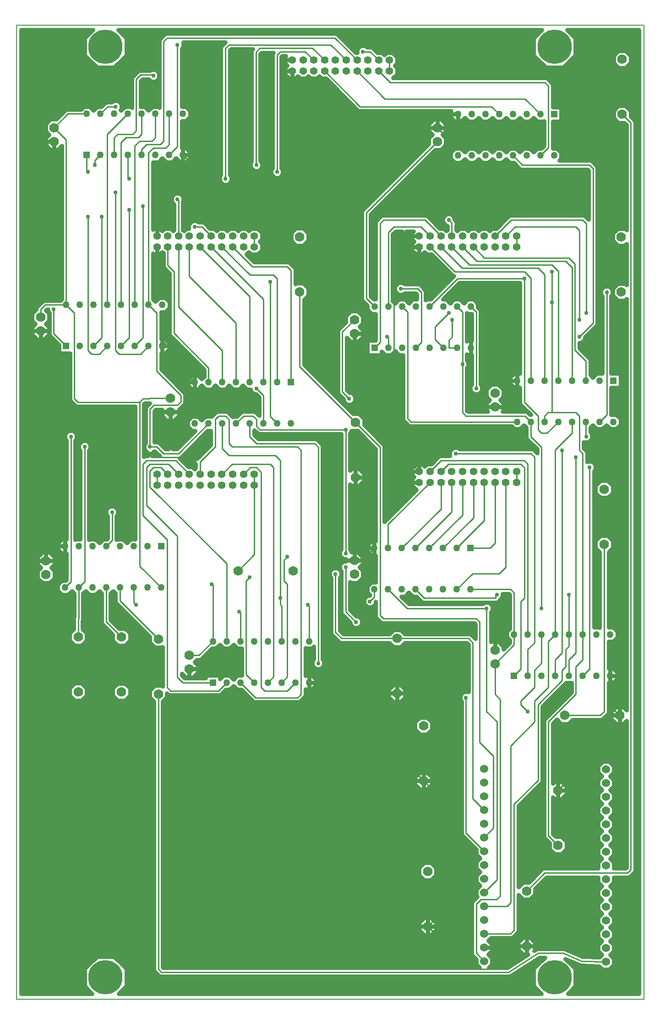
<source format=gbr>
G04 PROTEUS GERBER X2 FILE*
%TF.GenerationSoftware,Labcenter,Proteus,8.9-SP2-Build28501*%
%TF.CreationDate,2020-06-14T21:48:05+00:00*%
%TF.FileFunction,Copper,L2,Bot*%
%TF.FilePolarity,Positive*%
%TF.Part,Single*%
%TF.SameCoordinates,{e504a607-b79b-4a28-9592-e2b99df874d4}*%
%FSLAX45Y45*%
%MOMM*%
G01*
%TA.AperFunction,Conductor*%
%ADD10C,0.254000*%
%TA.AperFunction,ViaPad*%
%ADD11C,0.762000*%
%TA.AperFunction,Conductor*%
%ADD12C,0.762000*%
%TA.AperFunction,ComponentPad*%
%ADD13R,1.270000X1.270000*%
%ADD14C,1.270000*%
%TA.AperFunction,WasherPad*%
%ADD15C,1.524000*%
%TA.AperFunction,WasherPad*%
%ADD16C,1.397000*%
%TA.AperFunction,ComponentPad*%
%ADD17C,1.778000*%
%TA.AperFunction,OtherPad,Unknown*%
%ADD18C,6.350000*%
%TA.AperFunction,Profile*%
%ADD19C,0.203200*%
%TD.AperFunction*%
G36*
X+5613640Y-8900000D02*
X+4295998Y-8900000D01*
X+4436079Y-8759919D01*
X+4436079Y-8440081D01*
X+4250582Y-8254584D01*
X+4531551Y-8380816D01*
X+4873881Y-8390629D01*
X+4940031Y-8456779D01*
X+5059969Y-8456779D01*
X+5144779Y-8371969D01*
X+5144779Y-8252031D01*
X+5077748Y-8185000D01*
X+5144779Y-8117969D01*
X+5144779Y-7998031D01*
X+5077748Y-7931000D01*
X+5144779Y-7863969D01*
X+5144779Y-7744031D01*
X+5077748Y-7677000D01*
X+5144779Y-7609969D01*
X+5144779Y-7490031D01*
X+5077748Y-7423000D01*
X+5144779Y-7355969D01*
X+5144779Y-7236031D01*
X+5077748Y-7169000D01*
X+5144779Y-7101969D01*
X+5144779Y-6982031D01*
X+5077748Y-6915000D01*
X+5144779Y-6847969D01*
X+5144779Y-6748779D01*
X+5431165Y-6748779D01*
X+5542279Y-6637665D01*
X+5542279Y+7222665D01*
X+5455479Y+7309465D01*
X+5455479Y+7417230D01*
X+5363230Y+7509479D01*
X+5232770Y+7509479D01*
X+5140521Y+7417230D01*
X+5140521Y+7286770D01*
X+5232770Y+7194521D01*
X+5340535Y+7194521D01*
X+5379721Y+7155335D01*
X+5379721Y+5207988D01*
X+5349230Y+5238479D01*
X+5218770Y+5238479D01*
X+5126521Y+5146230D01*
X+5126521Y+5015770D01*
X+5218770Y+4923521D01*
X+5349230Y+4923521D01*
X+5379721Y+4954012D01*
X+5379721Y+4191988D01*
X+5349230Y+4222479D01*
X+5218770Y+4222479D01*
X+5126521Y+4130230D01*
X+5126521Y+3999770D01*
X+5218770Y+3907521D01*
X+5349230Y+3907521D01*
X+5379721Y+3938012D01*
X+5379721Y-3658012D01*
X+5320230Y-3598521D01*
X+5189770Y-3598521D01*
X+5097521Y-3690770D01*
X+5097521Y-3821230D01*
X+5189770Y-3913479D01*
X+5320230Y-3913479D01*
X+5379721Y-3853988D01*
X+5379721Y-6570335D01*
X+5363835Y-6586221D01*
X+5144779Y-6586221D01*
X+5144779Y-6474031D01*
X+5077748Y-6407000D01*
X+5144779Y-6339969D01*
X+5144779Y-6220031D01*
X+5077748Y-6153000D01*
X+5144779Y-6085969D01*
X+5144779Y-5966031D01*
X+5077748Y-5899000D01*
X+5144779Y-5831969D01*
X+5144779Y-5712031D01*
X+5077748Y-5645000D01*
X+5144779Y-5577969D01*
X+5144779Y-5458031D01*
X+5077748Y-5391000D01*
X+5144779Y-5323969D01*
X+5144779Y-5204031D01*
X+5077748Y-5137000D01*
X+5144779Y-5069969D01*
X+5144779Y-4950031D01*
X+5077748Y-4883000D01*
X+5144779Y-4815969D01*
X+5144779Y-4696031D01*
X+5059969Y-4611221D01*
X+4940031Y-4611221D01*
X+4855221Y-4696031D01*
X+4855221Y-4815969D01*
X+4922252Y-4883000D01*
X+4855221Y-4950031D01*
X+4855221Y-5069969D01*
X+4922252Y-5137000D01*
X+4855221Y-5204031D01*
X+4855221Y-5323969D01*
X+4922252Y-5391000D01*
X+4855221Y-5458031D01*
X+4855221Y-5577969D01*
X+4922252Y-5645000D01*
X+4855221Y-5712031D01*
X+4855221Y-5831969D01*
X+4922252Y-5899000D01*
X+4855221Y-5966031D01*
X+4855221Y-6085969D01*
X+4922252Y-6153000D01*
X+4855221Y-6220031D01*
X+4855221Y-6339969D01*
X+4922252Y-6407000D01*
X+4855221Y-6474031D01*
X+4855221Y-6586221D01*
X+3833835Y-6586221D01*
X+3575535Y-6844521D01*
X+3467770Y-6844521D01*
X+3383279Y-6929012D01*
X+3383279Y-5431165D01*
X+3827779Y-4986665D01*
X+3827779Y-3589665D01*
X+4262328Y-3155116D01*
X+4264291Y-3157079D01*
X+4363721Y-3157079D01*
X+4363721Y-3331835D01*
X+3855721Y-3839835D01*
X+3855721Y-6013665D01*
X+3957521Y-6115465D01*
X+3957521Y-6223230D01*
X+4049770Y-6315479D01*
X+4180230Y-6315479D01*
X+4272479Y-6223230D01*
X+4272479Y-6092770D01*
X+4180230Y-6000521D01*
X+4072465Y-6000521D01*
X+4018279Y-5946335D01*
X+4018279Y-5267988D01*
X+4049770Y-5299479D01*
X+4180230Y-5299479D01*
X+4272479Y-5207230D01*
X+4272479Y-5076770D01*
X+4180230Y-4984521D01*
X+4049770Y-4984521D01*
X+4018279Y-5016012D01*
X+4018279Y-3907165D01*
X+4092868Y-3832576D01*
X+4173770Y-3913479D01*
X+4304230Y-3913479D01*
X+4380430Y-3837279D01*
X+4926665Y-3837279D01*
X+5047279Y-3716665D01*
X+5047279Y-3157079D01*
X+5135709Y-3157079D01*
X+5213079Y-3079709D01*
X+5213079Y-2970291D01*
X+5135709Y-2892921D01*
X+5047279Y-2892921D01*
X+5047279Y-2395079D01*
X+5135709Y-2395079D01*
X+5213079Y-2317709D01*
X+5213079Y-2208291D01*
X+5135709Y-2130921D01*
X+5047279Y-2130921D01*
X+5047279Y-736430D01*
X+5123479Y-660230D01*
X+5123479Y-529770D01*
X+5031230Y-437521D01*
X+4900770Y-437521D01*
X+4808521Y-529770D01*
X+4808521Y-660230D01*
X+4884721Y-736430D01*
X+4884721Y-2133933D01*
X+4881709Y-2130921D01*
X+4780279Y-2130921D01*
X+4780279Y+755912D01*
X+4805679Y+781312D01*
X+4805679Y+869688D01*
X+4743188Y+932179D01*
X+4654812Y+932179D01*
X+4654279Y+931646D01*
X+4654279Y+1113165D01*
X+4589779Y+1177665D01*
X+4589779Y+1291854D01*
X+4591312Y+1290321D01*
X+4679688Y+1290321D01*
X+4742179Y+1352812D01*
X+4742179Y+1441188D01*
X+4709279Y+1474088D01*
X+4709279Y+1562491D01*
X+4755000Y+1608212D01*
X+4827291Y+1535921D01*
X+4936709Y+1535921D01*
X+5009000Y+1608212D01*
X+5081291Y+1535921D01*
X+5190709Y+1535921D01*
X+5268079Y+1613291D01*
X+5268079Y+1722709D01*
X+5190709Y+1800079D01*
X+5097779Y+1800079D01*
X+5097779Y+2297921D01*
X+5268079Y+2297921D01*
X+5268079Y+2562079D01*
X+5097779Y+2562079D01*
X+5097779Y+3994412D01*
X+5123179Y+4019812D01*
X+5123179Y+4108188D01*
X+5060688Y+4170679D01*
X+4972312Y+4170679D01*
X+4909821Y+4108188D01*
X+4909821Y+4019812D01*
X+4935221Y+3994412D01*
X+4935221Y+2562079D01*
X+4827291Y+2562079D01*
X+4755000Y+2489788D01*
X+4709279Y+2535509D01*
X+4709279Y+2827665D01*
X+4509829Y+3027115D01*
X+4509829Y+3131821D01*
X+4552688Y+3131821D01*
X+4615179Y+3194312D01*
X+4615179Y+3230235D01*
X+4843779Y+3458835D01*
X+4843779Y+6383665D01*
X+4732665Y+6494779D01*
X+4135567Y+6494779D01*
X+4174079Y+6533291D01*
X+4174079Y+6642709D01*
X+4096709Y+6720079D01*
X+4018279Y+6720079D01*
X+4018279Y+7217921D01*
X+4174079Y+7217921D01*
X+4174079Y+7482079D01*
X+4018279Y+7482079D01*
X+4018279Y+7907665D01*
X+3907166Y+8018778D01*
X+1064546Y+8018778D01*
X+1138429Y+8092661D01*
X+1138429Y+8207339D01*
X+1095768Y+8250000D01*
X+1138429Y+8292661D01*
X+1138429Y+8407339D01*
X+1057339Y+8488429D01*
X+942661Y+8488429D01*
X+900000Y+8445768D01*
X+857339Y+8488429D01*
X+776515Y+8488429D01*
X+674665Y+8590279D01*
X+577588Y+8590279D01*
X+552188Y+8615679D01*
X+463812Y+8615679D01*
X+401321Y+8553188D01*
X+401321Y+8488429D01*
X+376515Y+8488429D01*
X+20665Y+8844279D01*
X-3145165Y+8844279D01*
X-3256279Y+8733165D01*
X-3256279Y+7476067D01*
X-3272291Y+7492079D01*
X-3381709Y+7492079D01*
X-3454000Y+7419788D01*
X-3526291Y+7492079D01*
X-3601721Y+7492079D01*
X-3601721Y+7967335D01*
X-3570484Y+7998572D01*
X-3450439Y+7998572D01*
X-3409688Y+7957821D01*
X-3321312Y+7957821D01*
X-3258821Y+8020312D01*
X-3258821Y+8108688D01*
X-3321312Y+8171179D01*
X-3409688Y+8171179D01*
X-3419737Y+8161130D01*
X-3637814Y+8161130D01*
X-3764279Y+8034665D01*
X-3764279Y+7476067D01*
X-3780291Y+7492079D01*
X-3889709Y+7492079D01*
X-3962000Y+7419788D01*
X-3974172Y+7431960D01*
X-3957321Y+7448812D01*
X-3957321Y+7537188D01*
X-4019812Y+7599679D01*
X-4108188Y+7599679D01*
X-4133588Y+7574279D01*
X-4243665Y+7574279D01*
X-4325865Y+7492079D01*
X-4397709Y+7492079D01*
X-4470000Y+7419788D01*
X-4542291Y+7492079D01*
X-4651709Y+7492079D01*
X-4702509Y+7441279D01*
X-4977665Y+7441279D01*
X-5157465Y+7261479D01*
X-5265230Y+7261479D01*
X-5357479Y+7169230D01*
X-5357479Y+7038770D01*
X-5295709Y+6977000D01*
X-5357479Y+6915230D01*
X-5357479Y+6784770D01*
X-5265230Y+6692521D01*
X-5134770Y+6692521D01*
X-5059279Y+6768012D01*
X-5059279Y+3935509D01*
X-5083509Y+3911279D01*
X-5400165Y+3911279D01*
X-5531279Y+3780165D01*
X-5531279Y+3745430D01*
X-5607479Y+3669230D01*
X-5607479Y+3538770D01*
X-5545709Y+3477000D01*
X-5607479Y+3415230D01*
X-5607479Y+3284770D01*
X-5515230Y+3192521D01*
X-5384770Y+3192521D01*
X-5292521Y+3284770D01*
X-5292521Y+3415230D01*
X-5354291Y+3477000D01*
X-5292521Y+3538770D01*
X-5292521Y+3669230D01*
X-5352424Y+3729132D01*
X-5332835Y+3748721D01*
X-5313679Y+3748721D01*
X-5313679Y+3702312D01*
X-5288279Y+3676912D01*
X-5288279Y+3263335D01*
X-5110079Y+3085135D01*
X-5110079Y+2935921D01*
X-4907279Y+2935921D01*
X-4907279Y+2061835D01*
X-4796165Y+1950721D01*
X-3700779Y+1950721D01*
X-3700779Y-501921D01*
X-3784709Y-501921D01*
X-3857000Y-574212D01*
X-3929291Y-501921D01*
X-4038709Y-501921D01*
X-4046221Y-509433D01*
X-4046221Y-69588D01*
X-4020821Y-44188D01*
X-4020821Y+44188D01*
X-4083312Y+106679D01*
X-4171688Y+106679D01*
X-4234179Y+44188D01*
X-4234179Y-44188D01*
X-4208779Y-69588D01*
X-4208779Y-489835D01*
X-4220865Y-501921D01*
X-4292709Y-501921D01*
X-4365000Y-574212D01*
X-4437291Y-501921D01*
X-4546709Y-501921D01*
X-4554221Y-509433D01*
X-4554221Y+1136912D01*
X-4528821Y+1162312D01*
X-4528821Y+1250688D01*
X-4591312Y+1313179D01*
X-4679688Y+1313179D01*
X-4742179Y+1250688D01*
X-4742179Y+1162312D01*
X-4716779Y+1136912D01*
X-4716779Y-501921D01*
X-4800709Y-501921D01*
X-4808221Y-509433D01*
X-4808221Y+1327412D01*
X-4782821Y+1352812D01*
X-4782821Y+1441188D01*
X-4845312Y+1503679D01*
X-4933688Y+1503679D01*
X-4996179Y+1441188D01*
X-4996179Y+1352812D01*
X-4970779Y+1327412D01*
X-4970779Y-501921D01*
X-5054709Y-501921D01*
X-5132079Y-579291D01*
X-5132079Y-688709D01*
X-5054709Y-766079D01*
X-4970779Y-766079D01*
X-4970779Y-1251835D01*
X-4982865Y-1263921D01*
X-5054709Y-1263921D01*
X-5132079Y-1341291D01*
X-5132079Y-1450709D01*
X-5054709Y-1528079D01*
X-4945291Y-1528079D01*
X-4873000Y-1455788D01*
X-4827279Y-1501509D01*
X-4827279Y-1934835D01*
X-4836279Y-1943835D01*
X-4836279Y-2164570D01*
X-4912479Y-2240770D01*
X-4912479Y-2371230D01*
X-4820230Y-2463479D01*
X-4689770Y-2463479D01*
X-4597521Y-2371230D01*
X-4597521Y-2240770D01*
X-4673721Y-2164570D01*
X-4673721Y-2011165D01*
X-4664721Y-2002165D01*
X-4664721Y-1501509D01*
X-4619000Y-1455788D01*
X-4546709Y-1528079D01*
X-4437291Y-1528079D01*
X-4365000Y-1455788D01*
X-4319279Y-1501509D01*
X-4319279Y-2060665D01*
X-4114479Y-2265465D01*
X-4114479Y-2373230D01*
X-4022230Y-2465479D01*
X-3891770Y-2465479D01*
X-3799521Y-2373230D01*
X-3799521Y-2242770D01*
X-3891770Y-2150521D01*
X-3999535Y-2150521D01*
X-4156721Y-1993335D01*
X-4156721Y-1501509D01*
X-4111000Y-1455788D01*
X-4065279Y-1501509D01*
X-4065279Y-1670665D01*
X-3431479Y-2304465D01*
X-3431479Y-2412230D01*
X-3339230Y-2504479D01*
X-3208770Y-2504479D01*
X-3192779Y-2488488D01*
X-3192779Y-3221512D01*
X-3208770Y-3205521D01*
X-3339230Y-3205521D01*
X-3431479Y-3297770D01*
X-3431479Y-3428230D01*
X-3355279Y-3504430D01*
X-3355279Y-8479165D01*
X-3253165Y-8581279D01*
X+3223666Y-8581279D01*
X+3243636Y-8568571D01*
X+3773666Y-8231279D01*
X+3872723Y-8231279D01*
X+3663921Y-8440081D01*
X+3663921Y-8759919D01*
X+3804002Y-8900000D01*
X-4004002Y-8900000D01*
X-3863921Y-8759919D01*
X-3863921Y-8440081D01*
X-4090081Y-8213921D01*
X-4409919Y-8213921D01*
X-4636079Y-8440081D01*
X-4636079Y-8759919D01*
X-4495998Y-8900000D01*
X-5813640Y-8900000D01*
X-5813640Y+8913640D01*
X-4482358Y+8913640D01*
X-4636079Y+8759919D01*
X-4636079Y+8440081D01*
X-4409919Y+8213921D01*
X-4090081Y+8213921D01*
X-3863921Y+8440081D01*
X-3863921Y+8759919D01*
X-4017642Y+8913640D01*
X+3817642Y+8913640D01*
X+3663921Y+8759919D01*
X+3663921Y+8440081D01*
X+3890081Y+8213921D01*
X+4209919Y+8213921D01*
X+4436079Y+8440081D01*
X+4436079Y+8759919D01*
X+4282358Y+8913640D01*
X+5613640Y+8913640D01*
X+5613640Y-8900000D01*
G37*
%LPC*%
G36*
X-4022230Y-3166521D02*
X-3891770Y-3166521D01*
X-3799521Y-3258770D01*
X-3799521Y-3389230D01*
X-3891770Y-3481479D01*
X-4022230Y-3481479D01*
X-4114479Y-3389230D01*
X-4114479Y-3258770D01*
X-4022230Y-3166521D01*
G37*
G36*
X-4820230Y-3164521D02*
X-4689770Y-3164521D01*
X-4597521Y-3256770D01*
X-4597521Y-3387230D01*
X-4689770Y-3479479D01*
X-4820230Y-3479479D01*
X-4912479Y-3387230D01*
X-4912479Y-3256770D01*
X-4820230Y-3164521D01*
G37*
G36*
X+4900770Y+578479D02*
X+5031230Y+578479D01*
X+5123479Y+486230D01*
X+5123479Y+355770D01*
X+5031230Y+263521D01*
X+4900770Y+263521D01*
X+4808521Y+355770D01*
X+4808521Y+486230D01*
X+4900770Y+578479D01*
G37*
G36*
X+5232770Y+8525479D02*
X+5363230Y+8525479D01*
X+5455479Y+8433230D01*
X+5455479Y+8302770D01*
X+5363230Y+8210521D01*
X+5232770Y+8210521D01*
X+5140521Y+8302770D01*
X+5140521Y+8433230D01*
X+5232770Y+8525479D01*
G37*
G36*
X-5192521Y-834770D02*
X-5192521Y-965230D01*
X-5254291Y-1027000D01*
X-5192521Y-1088770D01*
X-5192521Y-1219230D01*
X-5284770Y-1311479D01*
X-5415230Y-1311479D01*
X-5507479Y-1219230D01*
X-5507479Y-1088770D01*
X-5445709Y-1027000D01*
X-5507479Y-965230D01*
X-5507479Y-834770D01*
X-5415230Y-742521D01*
X-5284770Y-742521D01*
X-5192521Y-834770D01*
G37*
%LPD*%
G36*
X-2092042Y+8627402D02*
X-2115849Y+8603595D01*
X-2115849Y+6226518D01*
X-2138679Y+6203688D01*
X-2138679Y+6115312D01*
X-2076188Y+6052821D01*
X-1987812Y+6052821D01*
X-1925321Y+6115312D01*
X-1925321Y+6203688D01*
X-1953291Y+6231658D01*
X-1953291Y+8536265D01*
X-1934835Y+8554721D01*
X-1529723Y+8554721D01*
X-1553265Y+8531179D01*
X-1553265Y+6471602D01*
X-1567179Y+6457688D01*
X-1567179Y+6369312D01*
X-1504688Y+6306821D01*
X-1416312Y+6306821D01*
X-1353821Y+6369312D01*
X-1353821Y+6457688D01*
X-1390707Y+6494574D01*
X-1390707Y+8463849D01*
X-1363335Y+8491221D01*
X-1148723Y+8491221D01*
X-1160779Y+8479165D01*
X-1160779Y+6356088D01*
X-1186179Y+6330688D01*
X-1186179Y+6242312D01*
X-1123688Y+6179821D01*
X-1035312Y+6179821D01*
X-972821Y+6242312D01*
X-972821Y+6330688D01*
X-998221Y+6356088D01*
X-998221Y+8411835D01*
X-982335Y+8427721D01*
X-918047Y+8427721D01*
X-938429Y+8407339D01*
X-938429Y+8292661D01*
X-895768Y+8250000D01*
X-938429Y+8207339D01*
X-938429Y+8092661D01*
X-857339Y+8011571D01*
X-742661Y+8011571D01*
X-700000Y+8054232D01*
X-657339Y+8011571D01*
X-542661Y+8011571D01*
X-500000Y+8054232D01*
X-457339Y+8011571D01*
X-342661Y+8011571D01*
X-300000Y+8054232D01*
X-257339Y+8011571D01*
X-176515Y+8011571D01*
X+423335Y+7411721D01*
X+2138933Y+7411721D01*
X+2131921Y+7404709D01*
X+2131921Y+7295291D01*
X+2209291Y+7217921D01*
X+2318709Y+7217921D01*
X+2391000Y+7290212D01*
X+2463291Y+7217921D01*
X+2572709Y+7217921D01*
X+2645000Y+7290212D01*
X+2717291Y+7217921D01*
X+2826709Y+7217921D01*
X+2899000Y+7290212D01*
X+2971291Y+7217921D01*
X+3080709Y+7217921D01*
X+3153000Y+7290212D01*
X+3225291Y+7217921D01*
X+3334709Y+7217921D01*
X+3407000Y+7290212D01*
X+3479291Y+7217921D01*
X+3588709Y+7217921D01*
X+3661000Y+7290212D01*
X+3733291Y+7217921D01*
X+3842709Y+7217921D01*
X+3855721Y+7230933D01*
X+3855721Y+6770665D01*
X+3805135Y+6720079D01*
X+3733291Y+6720079D01*
X+3661000Y+6647788D01*
X+3588709Y+6720079D01*
X+3479291Y+6720079D01*
X+3407000Y+6647788D01*
X+3334709Y+6720079D01*
X+3225291Y+6720079D01*
X+3153000Y+6647788D01*
X+3080709Y+6720079D01*
X+2971291Y+6720079D01*
X+2899000Y+6647788D01*
X+2826709Y+6720079D01*
X+2717291Y+6720079D01*
X+2645000Y+6647788D01*
X+2572709Y+6720079D01*
X+2463291Y+6720079D01*
X+2391000Y+6647788D01*
X+2318709Y+6720079D01*
X+2209291Y+6720079D01*
X+2131921Y+6642709D01*
X+2131921Y+6533291D01*
X+2209291Y+6455921D01*
X+2318709Y+6455921D01*
X+2391000Y+6528212D01*
X+2463291Y+6455921D01*
X+2572709Y+6455921D01*
X+2645000Y+6528212D01*
X+2717291Y+6455921D01*
X+2826709Y+6455921D01*
X+2899000Y+6528212D01*
X+2971291Y+6455921D01*
X+3080709Y+6455921D01*
X+3153000Y+6528212D01*
X+3225291Y+6455921D01*
X+3297135Y+6455921D01*
X+3420835Y+6332221D01*
X+4665335Y+6332221D01*
X+4681221Y+6316335D01*
X+4681221Y+5403223D01*
X+4605665Y+5478779D01*
X+3213835Y+5478779D01*
X+2973485Y+5238429D01*
X+2892661Y+5238429D01*
X+2850000Y+5195768D01*
X+2807339Y+5238429D01*
X+2692661Y+5238429D01*
X+2650000Y+5195768D01*
X+2607339Y+5238429D01*
X+2492661Y+5238429D01*
X+2450000Y+5195768D01*
X+2407339Y+5238429D01*
X+2292661Y+5238429D01*
X+2250000Y+5195768D01*
X+2231279Y+5214489D01*
X+2231279Y+5307899D01*
X+2262328Y+5276850D01*
X+2309672Y+5276850D01*
X+2343150Y+5310328D01*
X+2343150Y+5357672D01*
X+2309672Y+5391150D01*
X+2262328Y+5391150D01*
X+2231279Y+5360101D01*
X+2231279Y+5376665D01*
X+2202179Y+5405765D01*
X+2202179Y+5441688D01*
X+2139688Y+5504179D01*
X+2051312Y+5504179D01*
X+1988821Y+5441688D01*
X+1988821Y+5353312D01*
X+2051312Y+5290821D01*
X+2068721Y+5290821D01*
X+2068721Y+5214489D01*
X+2050000Y+5195768D01*
X+2007339Y+5238429D01*
X+1926515Y+5238429D01*
X+1686165Y+5478779D01*
X+855335Y+5478779D01*
X+744221Y+5367665D01*
X+744221Y+3930079D01*
X+704865Y+3930079D01*
X+652779Y+3982165D01*
X+652779Y+5503835D01*
X+1841465Y+6692521D01*
X+1949230Y+6692521D01*
X+2041479Y+6784770D01*
X+2041479Y+6915230D01*
X+1979709Y+6977000D01*
X+2041479Y+7038770D01*
X+2041479Y+7169230D01*
X+1949230Y+7261479D01*
X+1818770Y+7261479D01*
X+1726521Y+7169230D01*
X+1726521Y+7038770D01*
X+1788291Y+6977000D01*
X+1726521Y+6915230D01*
X+1726521Y+6807465D01*
X+490221Y+5571165D01*
X+490221Y+3914835D01*
X+589921Y+3815135D01*
X+589921Y+3743291D01*
X+667291Y+3665921D01*
X+744221Y+3665921D01*
X+744221Y+3173165D01*
X+739135Y+3168079D01*
X+589921Y+3168079D01*
X+589921Y+2903921D01*
X+854079Y+2903921D01*
X+854079Y+2971133D01*
X+921291Y+2903921D01*
X+1030709Y+2903921D01*
X+1103000Y+2976212D01*
X+1175291Y+2903921D01*
X+1252221Y+2903921D01*
X+1252221Y+1697835D01*
X+1363335Y+1586721D01*
X+3252491Y+1586721D01*
X+3303291Y+1535921D01*
X+3412709Y+1535921D01*
X+3485000Y+1608212D01*
X+3530721Y+1562491D01*
X+3530721Y+1363335D01*
X+3728721Y+1165335D01*
X+3728721Y+1085223D01*
X+3653165Y+1160779D01*
X+2292088Y+1160779D01*
X+2266688Y+1186179D01*
X+2178312Y+1186179D01*
X+2115821Y+1123688D01*
X+2115821Y+1035312D01*
X+2117354Y+1033779D01*
X+1918835Y+1033779D01*
X+1773485Y+888429D01*
X+1692661Y+888429D01*
X+1650000Y+845768D01*
X+1607339Y+888429D01*
X+1492661Y+888429D01*
X+1411571Y+807339D01*
X+1411571Y+692661D01*
X+1454232Y+650000D01*
X+1411571Y+607339D01*
X+1411571Y+492661D01*
X+1492661Y+411571D01*
X+1496627Y+411571D01*
X+906779Y-178277D01*
X+906779Y+1235165D01*
X+526479Y+1615465D01*
X+526479Y+1723230D01*
X+434230Y+1815479D01*
X+326465Y+1815479D01*
X-580721Y+2722665D01*
X-580721Y+3927570D01*
X-504521Y+4003770D01*
X-504521Y+4134230D01*
X-596770Y+4226479D01*
X-727230Y+4226479D01*
X-740721Y+4212988D01*
X-740721Y+4503786D01*
X-855335Y+4618400D01*
X-1503456Y+4618400D01*
X-1646627Y+4761571D01*
X-1642661Y+4761571D01*
X-1600000Y+4804232D01*
X-1557339Y+4761571D01*
X-1442661Y+4761571D01*
X-1361571Y+4842661D01*
X-1361571Y+4957339D01*
X-1404232Y+5000000D01*
X-1361571Y+5042661D01*
X-1361571Y+5157339D01*
X-1442661Y+5238429D01*
X-1557339Y+5238429D01*
X-1600000Y+5195768D01*
X-1642661Y+5238429D01*
X-1757339Y+5238429D01*
X-1800000Y+5195768D01*
X-1842661Y+5238429D01*
X-1957339Y+5238429D01*
X-2000000Y+5195768D01*
X-2042661Y+5238429D01*
X-2157339Y+5238429D01*
X-2200000Y+5195768D01*
X-2242661Y+5238429D01*
X-2323485Y+5238429D01*
X-2436835Y+5351779D01*
X-2533912Y+5351779D01*
X-2559312Y+5377179D01*
X-2647688Y+5377179D01*
X-2710179Y+5314688D01*
X-2710179Y+5238429D01*
X-2757339Y+5238429D01*
X-2800000Y+5195768D01*
X-2818721Y+5214489D01*
X-2818721Y+5729912D01*
X-2814321Y+5734312D01*
X-2814321Y+5822688D01*
X-2876812Y+5885179D01*
X-2965188Y+5885179D01*
X-3027679Y+5822688D01*
X-3027679Y+5734312D01*
X-2981279Y+5687912D01*
X-2981279Y+5214489D01*
X-3000000Y+5195768D01*
X-3042661Y+5238429D01*
X-3157339Y+5238429D01*
X-3200000Y+5195768D01*
X-3242661Y+5238429D01*
X-3357339Y+5238429D01*
X-3372722Y+5223046D01*
X-3372722Y+6465921D01*
X-3272291Y+6465921D01*
X-3200000Y+6538212D01*
X-3127709Y+6465921D01*
X-3018291Y+6465921D01*
X-2946000Y+6538212D01*
X-2873709Y+6465921D01*
X-2764291Y+6465921D01*
X-2686921Y+6543291D01*
X-2686921Y+6652709D01*
X-2764291Y+6730079D01*
X-2839721Y+6730079D01*
X-2839721Y+7227921D01*
X-2764291Y+7227921D01*
X-2686921Y+7305291D01*
X-2686921Y+7414709D01*
X-2764291Y+7492079D01*
X-2839721Y+7492079D01*
X-2839721Y+8566412D01*
X-2814321Y+8591812D01*
X-2814321Y+8680188D01*
X-2815854Y+8681721D01*
X-2037723Y+8681721D01*
X-2092042Y+8627402D01*
G37*
%LPC*%
G36*
X-727230Y+5242479D02*
X-596770Y+5242479D01*
X-504521Y+5150230D01*
X-504521Y+5019770D01*
X-596770Y+4927521D01*
X-727230Y+4927521D01*
X-819479Y+5019770D01*
X-819479Y+5150230D01*
X-727230Y+5242479D01*
G37*
G36*
X+507479Y+3619230D02*
X+507479Y+3488770D01*
X+445709Y+3427000D01*
X+507479Y+3365230D01*
X+507479Y+3234770D01*
X+415230Y+3142521D01*
X+284770Y+3142521D01*
X+208279Y+3219012D01*
X+208279Y+2256165D01*
X+262265Y+2202179D01*
X+298188Y+2202179D01*
X+360679Y+2139688D01*
X+360679Y+2051312D01*
X+298188Y+1988821D01*
X+209812Y+1988821D01*
X+147321Y+2051312D01*
X+147321Y+2087235D01*
X+45721Y+2188835D01*
X+45721Y+3364665D01*
X+192521Y+3511465D01*
X+192521Y+3619230D01*
X+284770Y+3711479D01*
X+415230Y+3711479D01*
X+507479Y+3619230D01*
G37*
%LPD*%
G36*
X+1411571Y+5157339D02*
X+1411571Y+5042661D01*
X+1454232Y+5000000D01*
X+1411571Y+4957339D01*
X+1411571Y+4842661D01*
X+1492661Y+4761571D01*
X+1607339Y+4761571D01*
X+1650000Y+4804232D01*
X+1692661Y+4761571D01*
X+1773485Y+4761571D01*
X+2171335Y+4363721D01*
X+2188777Y+4363721D01*
X+1755135Y+3930079D01*
X+1683291Y+3930079D01*
X+1668779Y+3915567D01*
X+1668779Y+4097665D01*
X+1557665Y+4208779D01*
X+1276088Y+4208779D01*
X+1250688Y+4234179D01*
X+1162312Y+4234179D01*
X+1099821Y+4171688D01*
X+1099821Y+4083312D01*
X+1162312Y+4020821D01*
X+1250688Y+4020821D01*
X+1276088Y+4046221D01*
X+1490335Y+4046221D01*
X+1506221Y+4030335D01*
X+1506221Y+3930079D01*
X+1429291Y+3930079D01*
X+1357000Y+3857788D01*
X+1284709Y+3930079D01*
X+1175291Y+3930079D01*
X+1103000Y+3857788D01*
X+1057279Y+3903509D01*
X+1057278Y+5133334D01*
X+1113165Y+5189221D01*
X+1234899Y+5189221D01*
X+1212850Y+5167172D01*
X+1212850Y+5119828D01*
X+1246328Y+5086350D01*
X+1293672Y+5086350D01*
X+1327150Y+5119828D01*
X+1327150Y+5167172D01*
X+1305101Y+5189221D01*
X+1443453Y+5189221D01*
X+1411571Y+5157339D01*
G37*
G36*
X-3181279Y+4785511D02*
X-3181279Y+4526835D01*
X-3065779Y+4411335D01*
X-3065779Y+3271835D01*
X-2427279Y+2633335D01*
X-2427279Y+2503509D01*
X-2473000Y+2457788D01*
X-2545291Y+2530079D01*
X-2654709Y+2530079D01*
X-2732079Y+2452709D01*
X-2732079Y+2343291D01*
X-2654709Y+2265921D01*
X-2545291Y+2265921D01*
X-2473000Y+2338212D01*
X-2400709Y+2265921D01*
X-2291291Y+2265921D01*
X-2219000Y+2338212D01*
X-2146709Y+2265921D01*
X-2037291Y+2265921D01*
X-1965000Y+2338212D01*
X-1892709Y+2265921D01*
X-1783291Y+2265921D01*
X-1711000Y+2338212D01*
X-1638709Y+2265921D01*
X-1567179Y+2265921D01*
X-1567179Y+2241812D01*
X-1504688Y+2179321D01*
X-1468765Y+2179321D01*
X-1411279Y+2121835D01*
X-1411279Y+1780223D01*
X-1490335Y+1859279D01*
X-1729665Y+1859279D01*
X-1820865Y+1768079D01*
X-1892709Y+1768079D01*
X-1899922Y+1760866D01*
X-1998335Y+1859279D01*
X-2192665Y+1859279D01*
X-2287578Y+1764366D01*
X-2291291Y+1768079D01*
X-2400709Y+1768079D01*
X-2473000Y+1695788D01*
X-2545291Y+1768079D01*
X-2654709Y+1768079D01*
X-2732079Y+1690709D01*
X-2732079Y+1581291D01*
X-2654709Y+1503921D01*
X-2593023Y+1503921D01*
X-2936165Y+1160779D01*
X-3012899Y+1160779D01*
X-2990850Y+1182828D01*
X-2990850Y+1230172D01*
X-3024328Y+1263650D01*
X-3071672Y+1263650D01*
X-3105150Y+1230172D01*
X-3105150Y+1182828D01*
X-3083101Y+1160779D01*
X-3141335Y+1160779D01*
X-3268335Y+1287779D01*
X-3347721Y+1287779D01*
X-3347721Y+1871335D01*
X-3323335Y+1895721D01*
X-3207479Y+1895721D01*
X-3207479Y+1784770D01*
X-3115230Y+1692521D01*
X-2984770Y+1692521D01*
X-2892521Y+1784770D01*
X-2892521Y+1895721D01*
X-2887335Y+1895721D01*
X-2776221Y+2006835D01*
X-2776221Y+2192665D01*
X-3220721Y+2637165D01*
X-3220721Y+2935921D01*
X-3145291Y+2935921D01*
X-3067921Y+3013291D01*
X-3067921Y+3122709D01*
X-3145291Y+3200079D01*
X-3220721Y+3200079D01*
X-3220721Y+3697921D01*
X-3145291Y+3697921D01*
X-3067921Y+3775291D01*
X-3067921Y+3884709D01*
X-3145291Y+3962079D01*
X-3254709Y+3962079D01*
X-3327000Y+3889788D01*
X-3372721Y+3935509D01*
X-3372721Y+4776953D01*
X-3357339Y+4761571D01*
X-3242661Y+4761571D01*
X-3200000Y+4804232D01*
X-3181279Y+4785511D01*
G37*
G36*
X+2445291Y+3665921D02*
X+2517135Y+3665921D01*
X+2522222Y+3660834D01*
X+2522222Y+3168079D01*
X+2445291Y+3168079D01*
X+2430779Y+3153567D01*
X+2430779Y+3680433D01*
X+2445291Y+3665921D01*
G37*
G36*
X+3411221Y+2562079D02*
X+3303291Y+2562079D01*
X+3225921Y+2484709D01*
X+3225921Y+2375291D01*
X+3303291Y+2297921D01*
X+3411221Y+2297921D01*
X+3411221Y+1998335D01*
X+3609477Y+1800079D01*
X+3594865Y+1800079D01*
X+3535665Y+1859279D01*
X+3085988Y+1859279D01*
X+3107479Y+1880770D01*
X+3107479Y+2011230D01*
X+3045709Y+2073000D01*
X+3107479Y+2134770D01*
X+3107479Y+2265230D01*
X+3015230Y+2357479D01*
X+2884770Y+2357479D01*
X+2792521Y+2265230D01*
X+2792521Y+2134770D01*
X+2854291Y+2073000D01*
X+2792521Y+2011230D01*
X+2792521Y+1880770D01*
X+2814012Y+1859279D01*
X+2446665Y+1859279D01*
X+2430779Y+1875165D01*
X+2430779Y+2660912D01*
X+2456179Y+2686312D01*
X+2456179Y+2774688D01*
X+2430779Y+2800088D01*
X+2430779Y+2918433D01*
X+2445291Y+2903921D01*
X+2522221Y+2903921D01*
X+2522221Y+2355588D01*
X+2496821Y+2330188D01*
X+2496821Y+2241812D01*
X+2559312Y+2179321D01*
X+2647688Y+2179321D01*
X+2710179Y+2241812D01*
X+2710179Y+2330188D01*
X+2684779Y+2355588D01*
X+2684778Y+3728166D01*
X+2632079Y+3780865D01*
X+2632079Y+3852709D01*
X+2554709Y+3930079D01*
X+2445291Y+3930079D01*
X+2373000Y+3857788D01*
X+2300709Y+3930079D01*
X+2191291Y+3930079D01*
X+2119000Y+3857788D01*
X+2046709Y+3930079D01*
X+1985023Y+3930079D01*
X+2291665Y+4236721D01*
X+3411221Y+4236721D01*
X+3411221Y+2562079D01*
G37*
G36*
X-3244223Y+1033779D02*
X-3393899Y+1033779D01*
X-3371850Y+1055828D01*
X-3371850Y+1103172D01*
X-3376656Y+1107978D01*
X-3359412Y+1125221D01*
X-3335665Y+1125221D01*
X-3244223Y+1033779D01*
G37*
G36*
X-3486472Y+1962472D02*
X-3510279Y+1938665D01*
X-3510279Y+1276088D01*
X-3535679Y+1250688D01*
X-3535679Y+1162312D01*
X-3481344Y+1107978D01*
X-3486150Y+1103172D01*
X-3486150Y+1055828D01*
X-3464101Y+1033779D01*
X-3526165Y+1033779D01*
X-3538221Y+1021723D01*
X-3538221Y+1998335D01*
X-3522335Y+2014221D01*
X-3434723Y+2014221D01*
X-3486472Y+1962472D01*
G37*
G36*
X-2303779Y+1240165D02*
X-2557061Y+986883D01*
X-2579828Y+1009650D01*
X-2627172Y+1009650D01*
X-2660650Y+976172D01*
X-2660650Y+928828D01*
X-2627172Y+895350D01*
X-2581279Y+895350D01*
X-2581279Y+814489D01*
X-2600000Y+795768D01*
X-2642661Y+838429D01*
X-2723485Y+838429D01*
X-2883277Y+998221D01*
X-2868835Y+998221D01*
X-2363135Y+1503921D01*
X-2303779Y+1503921D01*
X-2303779Y+1240165D01*
G37*
G36*
X-1454472Y+1466528D02*
X-1430665Y+1442721D01*
X+109221Y+1442721D01*
X+109221Y-692412D01*
X+83821Y-717812D01*
X+83821Y-806188D01*
X+146312Y-868679D01*
X+192521Y-868679D01*
X+192521Y-909321D01*
X+146312Y-909321D01*
X+83821Y-971812D01*
X+83821Y-1060188D01*
X+109221Y-1085588D01*
X+109221Y-1875165D01*
X+274321Y-2040265D01*
X+274321Y-2076188D01*
X+336812Y-2138679D01*
X+425188Y-2138679D01*
X+487679Y-2076188D01*
X+487679Y-1987812D01*
X+425188Y-1925321D01*
X+389265Y-1925321D01*
X+271779Y-1807835D01*
X+271779Y-1294488D01*
X+284770Y-1307479D01*
X+415230Y-1307479D01*
X+507479Y-1215230D01*
X+507479Y-1084770D01*
X+445709Y-1023000D01*
X+507479Y-961230D01*
X+507479Y-830770D01*
X+415230Y-738521D01*
X+297179Y-738521D01*
X+297179Y-717812D01*
X+271779Y-692412D01*
X+271779Y+516512D01*
X+303770Y+484521D01*
X+434230Y+484521D01*
X+526479Y+576770D01*
X+526479Y+707230D01*
X+434230Y+799479D01*
X+303770Y+799479D01*
X+271779Y+767488D01*
X+271779Y+1454412D01*
X+297179Y+1479812D01*
X+297179Y+1507112D01*
X+303770Y+1500521D01*
X+411535Y+1500521D01*
X+744221Y+1167835D01*
X+744221Y-533921D01*
X+664291Y-533921D01*
X+586921Y-611291D01*
X+586921Y-720709D01*
X+664291Y-798079D01*
X+744221Y-798079D01*
X+744221Y-1295921D01*
X+664291Y-1295921D01*
X+586921Y-1373291D01*
X+586921Y-1482709D01*
X+637634Y-1533422D01*
X+626735Y-1544321D01*
X+590812Y-1544321D01*
X+528321Y-1606812D01*
X+528321Y-1695188D01*
X+590812Y-1757679D01*
X+679188Y-1757679D01*
X+741679Y-1695188D01*
X+741679Y-1659265D01*
X+744221Y-1656723D01*
X+744221Y-1938665D01*
X+855335Y-2049779D01*
X+2569835Y-2049779D01*
X+2585721Y-2065665D01*
X+2585721Y-2343777D01*
X+2496665Y-2254721D01*
X+1280430Y-2254721D01*
X+1204230Y-2178521D01*
X+1073770Y-2178521D01*
X+997570Y-2254721D01*
X+147165Y-2254721D01*
X+81279Y-2188835D01*
X+81279Y-1212588D01*
X+106679Y-1187188D01*
X+106679Y-1098812D01*
X+44188Y-1036321D01*
X-44188Y-1036321D01*
X-106679Y-1098812D01*
X-106679Y-1187188D01*
X-81279Y-1212588D01*
X-81279Y-2256165D01*
X+79835Y-2417279D01*
X+997570Y-2417279D01*
X+1073770Y-2493479D01*
X+1204230Y-2493479D01*
X+1280430Y-2417279D01*
X+2429335Y-2417279D01*
X+2458721Y-2446665D01*
X+2458721Y-3323854D01*
X+2457188Y-3322321D01*
X+2368812Y-3322321D01*
X+2306321Y-3384812D01*
X+2306321Y-3473188D01*
X+2331721Y-3498588D01*
X+2331721Y-5962665D01*
X+2605221Y-6236165D01*
X+2605221Y-6325969D01*
X+2672252Y-6393000D01*
X+2605221Y-6460031D01*
X+2605221Y-6579969D01*
X+2672252Y-6647000D01*
X+2605221Y-6714031D01*
X+2605221Y-6833969D01*
X+2672252Y-6901000D01*
X+2605221Y-6968031D01*
X+2605221Y-7087969D01*
X+2622404Y-7105152D01*
X+2522221Y-7205335D01*
X+2522221Y-8185165D01*
X+2605221Y-8268165D01*
X+2605221Y-8357969D01*
X+2665973Y-8418721D01*
X-3185835Y-8418721D01*
X-3192721Y-8411835D01*
X-3192721Y-3504430D01*
X-3116521Y-3428230D01*
X-3116521Y-3348423D01*
X-3081665Y-3383279D01*
X-2130335Y-3383279D01*
X-2029135Y-3282079D01*
X-1957291Y-3282079D01*
X-1885000Y-3209788D01*
X-1812709Y-3282079D01*
X-1740865Y-3282079D01*
X-1512665Y-3510279D01*
X-664835Y-3510279D01*
X-553721Y-3399165D01*
X-553721Y-3271067D01*
X-542709Y-3282079D01*
X-433291Y-3282079D01*
X-355921Y-3204709D01*
X-355921Y-3095291D01*
X-433291Y-3017921D01*
X-542709Y-3017921D01*
X-553721Y-3028933D01*
X-553721Y-2509067D01*
X-542709Y-2520079D01*
X-433291Y-2520079D01*
X-398779Y-2485567D01*
X-398779Y-2724412D01*
X-424179Y-2749812D01*
X-424179Y-2838188D01*
X-361688Y-2900679D01*
X-273312Y-2900679D01*
X-210821Y-2838188D01*
X-210821Y-2749812D01*
X-236221Y-2724412D01*
X-236221Y+1240165D01*
X-347335Y+1351279D01*
X-1426835Y+1351279D01*
X-1502721Y+1427165D01*
X-1502721Y+1514777D01*
X-1454472Y+1466528D01*
G37*
%LPC*%
G36*
X+1562770Y-3792521D02*
X+1693230Y-3792521D01*
X+1785479Y-3884770D01*
X+1785479Y-4015230D01*
X+1693230Y-4107479D01*
X+1562770Y-4107479D01*
X+1470521Y-4015230D01*
X+1470521Y-3884770D01*
X+1562770Y-3792521D01*
G37*
G36*
X+1562770Y-4808521D02*
X+1693230Y-4808521D01*
X+1785479Y-4900770D01*
X+1785479Y-5031230D01*
X+1693230Y-5123479D01*
X+1562770Y-5123479D01*
X+1470521Y-5031230D01*
X+1470521Y-4900770D01*
X+1562770Y-4808521D01*
G37*
G36*
X+1637770Y-6484521D02*
X+1768230Y-6484521D01*
X+1860479Y-6576770D01*
X+1860479Y-6707230D01*
X+1768230Y-6799479D01*
X+1637770Y-6799479D01*
X+1545521Y-6707230D01*
X+1545521Y-6576770D01*
X+1637770Y-6484521D01*
G37*
G36*
X+1637770Y-7500521D02*
X+1768230Y-7500521D01*
X+1860479Y-7592770D01*
X+1860479Y-7723230D01*
X+1768230Y-7815479D01*
X+1637770Y-7815479D01*
X+1545521Y-7723230D01*
X+1545521Y-7592770D01*
X+1637770Y-7500521D01*
G37*
G36*
X+1073770Y-3194521D02*
X+1204230Y-3194521D01*
X+1296479Y-3286770D01*
X+1296479Y-3417230D01*
X+1204230Y-3509479D01*
X+1073770Y-3509479D01*
X+981521Y-3417230D01*
X+981521Y-3286770D01*
X+1073770Y-3194521D01*
G37*
%LPD*%
G36*
X-1812709Y-2520079D02*
X-1732279Y-2520079D01*
X-1732279Y-3017921D01*
X-1812709Y-3017921D01*
X-1885000Y-3090212D01*
X-1957291Y-3017921D01*
X-2066709Y-3017921D01*
X-2133921Y-3085133D01*
X-2133921Y-3017921D01*
X-2398079Y-3017921D01*
X-2398079Y-3068721D01*
X-2785335Y-3068721D01*
X-2839721Y-3014335D01*
X-2839721Y-2982988D01*
X-2765230Y-3057479D01*
X-2634770Y-3057479D01*
X-2542521Y-2965230D01*
X-2542521Y-2834770D01*
X-2604291Y-2773000D01*
X-2558570Y-2727279D01*
X-2490335Y-2727279D01*
X-2283135Y-2520079D01*
X-2211291Y-2520079D01*
X-2139000Y-2447788D01*
X-2066709Y-2520079D01*
X-1957291Y-2520079D01*
X-1885000Y-2447788D01*
X-1812709Y-2520079D01*
G37*
G36*
X+1426291Y-1560079D02*
X+1498135Y-1560079D01*
X+1606835Y-1668779D01*
X+2996619Y-1668779D01*
X+3044233Y-1621165D01*
X+3044233Y-1615134D01*
X+3091179Y-1568188D01*
X+3091179Y-1509279D01*
X+3204835Y-1509279D01*
X+3221721Y-1526165D01*
X+3221721Y-2157491D01*
X+3170921Y-2208291D01*
X+3170921Y-2317709D01*
X+3221721Y-2368509D01*
X+3221721Y-2417335D01*
X+3107479Y-2531577D01*
X+3107479Y-2484770D01*
X+3015230Y-2392521D01*
X+2884770Y-2392521D01*
X+2875279Y-2402012D01*
X+2875279Y-1847588D01*
X+2900679Y-1822188D01*
X+2900679Y-1733812D01*
X+2838188Y-1671321D01*
X+2749812Y-1671321D01*
X+2724412Y-1696721D01*
X+1356665Y-1696721D01*
X+1220023Y-1560079D01*
X+1281709Y-1560079D01*
X+1354000Y-1487788D01*
X+1426291Y-1560079D01*
G37*
G36*
X+4855221Y-6847969D02*
X+4922252Y-6915000D01*
X+4855221Y-6982031D01*
X+4855221Y-7101969D01*
X+4922252Y-7169000D01*
X+4855221Y-7236031D01*
X+4855221Y-7355969D01*
X+4922252Y-7423000D01*
X+4855221Y-7490031D01*
X+4855221Y-7609969D01*
X+4922252Y-7677000D01*
X+4855221Y-7744031D01*
X+4855221Y-7863969D01*
X+4922252Y-7931000D01*
X+4855221Y-7998031D01*
X+4855221Y-8117969D01*
X+4922252Y-8185000D01*
X+4880343Y-8226909D01*
X+4568381Y-8219153D01*
X+4233548Y-8068721D01*
X+3726334Y-8068721D01*
X+3667633Y-8106076D01*
X+3690479Y-8083230D01*
X+3690479Y-7952770D01*
X+3598230Y-7860521D01*
X+3467770Y-7860521D01*
X+3375521Y-7952770D01*
X+3375521Y-8083230D01*
X+3467770Y-8175479D01*
X+3558571Y-8175479D01*
X+3176334Y-8418721D01*
X+2834027Y-8418721D01*
X+2894779Y-8357969D01*
X+2894779Y-8238031D01*
X+2827748Y-8171000D01*
X+2894779Y-8103969D01*
X+2894779Y-7984031D01*
X+2827748Y-7917000D01*
X+2873469Y-7871279D01*
X+3272165Y-7871279D01*
X+3383279Y-7760165D01*
X+3383279Y-7074988D01*
X+3467770Y-7159479D01*
X+3598230Y-7159479D01*
X+3690479Y-7067230D01*
X+3690479Y-6959465D01*
X+3901165Y-6748779D01*
X+4855221Y-6748779D01*
X+4855221Y-6847969D01*
G37*
D10*
X+3556000Y-3683000D02*
X+3429000Y-3556000D01*
X+3429000Y-3492500D01*
X+3683000Y-3238500D01*
X+3683000Y-2921000D01*
X+3811000Y-2793000D01*
X+3811000Y-2263000D01*
X-1778000Y-1841500D02*
X-1758000Y-1861500D01*
X-1758000Y-2388000D01*
X+635000Y-1651000D02*
X+719000Y-1567000D01*
X+719000Y-1428000D01*
X-3683000Y-1714500D02*
X-3730000Y-1667500D01*
X-3730000Y-1396000D01*
X-508000Y-1714500D02*
X-488000Y-1734500D01*
X-488000Y-2388000D01*
X+4635500Y+1397000D02*
X+4628000Y+1404500D01*
X+4628000Y+1668000D01*
X-4889500Y+1397000D02*
X-4889500Y-1285500D01*
X-5000000Y-1396000D01*
X+2603500Y+2286000D02*
X+2603500Y+3694500D01*
X+2500000Y+3798000D01*
X-1460500Y+2286000D02*
X-1330000Y+2155500D01*
X-1330000Y+1636000D01*
X+3358000Y+1668000D02*
X+1397000Y+1668000D01*
X+1333500Y+1731500D01*
X+1333500Y+3694500D01*
X+1230000Y+3798000D01*
X-3274000Y-3363000D02*
X-3274000Y-8445500D01*
X-3219500Y-8500000D01*
X+3200000Y-8500000D01*
X+3750000Y-8150000D01*
X+4216129Y-8150000D01*
X+4550000Y-8300000D01*
X+5000000Y-8312000D01*
X-2092000Y+1636000D02*
X-2092000Y+1169987D01*
X-1968500Y+1046487D01*
X-1109987Y+1046487D01*
X-1016000Y+952500D01*
X-1016000Y-1587500D01*
X+4573000Y-2263000D02*
X+4573000Y+1079500D01*
X+4508500Y+1144000D01*
X+4508500Y+1778000D01*
X+4445000Y+1841500D01*
X+4000500Y+1841500D01*
X+4573000Y-2263000D02*
X+4573000Y-2730500D01*
X+4445000Y-2858500D01*
X+4445000Y-3365500D01*
X+3937000Y-3873500D01*
X+3937000Y-5980000D01*
X+4115000Y-6158000D01*
X-3708000Y+3830000D02*
X-3708000Y+6769500D01*
X-3619500Y+6858000D01*
X-3390500Y+6858000D01*
X-3327000Y+6921500D01*
X-3327000Y+7360000D01*
X-1016000Y-1587500D02*
X-1016000Y-1714500D01*
X-996000Y-1734500D01*
X-996000Y-2388000D01*
X+4000500Y+1841500D02*
X+3929500Y+1841500D01*
X+3866000Y+1778000D01*
X+3866000Y+1668000D01*
X+4000500Y+3873500D02*
X+4000500Y+4445000D01*
X+4000500Y+1841500D02*
X+4000500Y+3873500D01*
X+3533000Y-7002000D02*
X+3867500Y-6667500D01*
X+5397500Y-6667500D01*
X+5461000Y-6604000D01*
X+5461000Y+7189000D01*
X+5298000Y+7352000D01*
X+1000000Y+8350000D02*
X+1000000Y+8150000D01*
X+369000Y+1658000D02*
X+825500Y+1201500D01*
X+825500Y-1905000D01*
X+889000Y-1968500D01*
X+2603500Y-1968500D01*
X+2667000Y-2032000D01*
X+2667000Y-4254500D01*
X+2921000Y-4508500D01*
X+2921000Y-5841000D01*
X+2750000Y-6012000D01*
X+369000Y+1658000D02*
X-662000Y+2689000D01*
X-662000Y+4069000D01*
X-1500000Y+4900000D02*
X-1500000Y+5100000D01*
X+2750000Y-6266000D02*
X+2413000Y-5929000D01*
X+2413000Y-3429000D01*
X+3350000Y+4900000D02*
X+3350000Y+5100000D01*
X+1139000Y-2336000D02*
X+2463000Y-2336000D01*
X+2540000Y-2413000D01*
X+2540000Y-5294000D01*
X+2750000Y-5504000D01*
X+1139000Y-2336000D02*
X+113500Y-2336000D01*
X+0Y-2222500D01*
X+0Y-1143000D01*
X-1500000Y+500000D02*
X-1500000Y-783000D01*
X-1802000Y-1085000D01*
X-1500000Y+500000D02*
X-1500000Y+700000D01*
X+4239000Y-3756000D02*
X+4893000Y-3756000D01*
X+4966000Y-3683000D01*
X+4966000Y-595000D01*
X+3350000Y+550000D02*
X+3350000Y+750000D01*
X-800000Y+8150000D02*
X-800000Y+6121500D01*
X-889000Y+6032500D01*
X-2603500Y+6032500D01*
X-2667000Y+6096000D01*
X+5255000Y-3756000D02*
X+5255000Y-4002000D01*
X+4115000Y-5142000D01*
X+350000Y-896000D02*
X-70500Y-896000D01*
X-190500Y-1016000D01*
X-190500Y-3111500D01*
X-254000Y-3175000D01*
X+1628000Y-4966000D02*
X+1139000Y-4477000D01*
X+1139000Y-3352000D01*
X-3300000Y+5100000D02*
X-3300000Y+5971000D01*
X-3175000Y+6096000D01*
X-2667000Y+6096000D01*
X+1703000Y-7658000D02*
X+2490500Y-8445500D01*
X+2921000Y-8445500D01*
X+2984500Y-8382000D01*
X+2984500Y-8128000D01*
X+369000Y+642000D02*
X+369000Y-698500D01*
X+350000Y-717500D01*
X+350000Y-896000D01*
X-3200000Y+3068000D02*
X-3200000Y+2946000D01*
X-3111500Y+2857500D01*
X-3059500Y+2857500D01*
X-2600000Y+2398000D01*
X+350000Y+3300000D02*
X+350000Y+2888500D01*
X+444500Y+2794000D01*
X+889000Y+2794000D01*
X+1550000Y+750000D02*
X+889000Y+1411000D01*
X+889000Y+2794000D01*
X+1079500Y+2984500D01*
X+1079500Y+4953000D01*
X+1270000Y+5143500D01*
X+1139000Y-3352000D02*
X-77000Y-3352000D01*
X-254000Y-3175000D01*
X+1628000Y-4966000D02*
X+1905000Y-5243000D01*
X+1905000Y-7456000D01*
X+1703000Y-7658000D01*
X+3358000Y+2430000D02*
X+3358000Y+2065500D01*
X+3238500Y+1946000D01*
X+2950000Y+1946000D01*
X-3200000Y+3068000D02*
X-3048000Y+3220000D01*
X-3048000Y+4191000D01*
X-3300000Y+4443000D01*
X-3300000Y+4900000D01*
X+5081000Y-3025000D02*
X+5081000Y-3582000D01*
X+5255000Y-3756000D01*
X-5000000Y-634000D02*
X-5000000Y-820000D01*
X-5080000Y-900000D01*
X-5350000Y-900000D01*
X+350000Y-896000D02*
X+489000Y-896000D01*
X+719000Y-666000D01*
X+2984500Y-8128000D02*
X+3255500Y-8128000D01*
X+3365500Y-8018000D01*
X+3533000Y-8018000D01*
X-488000Y-3150000D02*
X-381000Y-3150000D01*
X-356000Y-3175000D01*
X-254000Y-3175000D01*
X+1550000Y+5100000D02*
X+1313500Y+5100000D01*
X+1270000Y+5143500D01*
X+1884000Y+7104000D02*
X+2032000Y+6956000D01*
X+2032000Y+6223000D01*
X+2286000Y+5969000D01*
X+2286000Y+5334000D01*
X+2984500Y-8128000D02*
X+2900500Y-8044000D01*
X+2750000Y-8044000D01*
X-2819000Y+6598000D02*
X-2667000Y+6446000D01*
X-2667000Y+6096000D01*
X-3050000Y+1850000D02*
X-3050000Y+1208500D01*
X-3048000Y+1206500D01*
X-2603500Y+952500D02*
X-2667000Y+1016000D01*
X-3365500Y+1016000D01*
X-3429000Y+1079500D01*
X-3300000Y+500000D02*
X-3300000Y+700000D01*
X-2600000Y+2398000D02*
X-2600000Y+1917000D01*
X-2667000Y+1850000D01*
X-3050000Y+1850000D01*
X+4319000Y-2263000D02*
X+4319000Y-2476500D01*
X+4254500Y-2541000D01*
X+4254500Y-2857500D01*
X+4191000Y-2921000D01*
X+4191000Y-3111500D01*
X+3746500Y-3556000D01*
X+3746500Y-4953000D01*
X+3302000Y-5397500D01*
X+3302000Y-7726500D01*
X+3238500Y-7790000D01*
X+2750000Y-7790000D01*
X+4120000Y+1668000D02*
X+3912500Y+1460500D01*
X+3810000Y+1460500D01*
X+3746500Y+1524000D01*
X+3746500Y+1778000D01*
X+3492500Y+2032000D01*
X+3492500Y+4318000D01*
X-3962000Y+3830000D02*
X-3962000Y+6833000D01*
X-3873500Y+6921500D01*
X-3644500Y+6921500D01*
X-3581000Y+6985000D01*
X-3581000Y+7360000D01*
X-3957000Y-2308000D02*
X-4238000Y-2027000D01*
X-4238000Y-1396000D01*
X-1838000Y+1636000D02*
X-1696000Y+1778000D01*
X-1524000Y+1778000D01*
X-1460500Y+1714500D01*
X-1460500Y+1587500D01*
X-1397000Y+1524000D01*
X+190500Y+1524000D01*
X+1481000Y-1428000D02*
X+1640500Y-1587500D01*
X+2962954Y-1587500D01*
X+2962954Y-1545546D01*
X+2984500Y-1524000D01*
X+4319000Y-2263000D02*
X+4319000Y-2095500D01*
X+4318000Y-2094500D01*
X+4318000Y-1524000D01*
X+3492500Y+4318000D02*
X+2258000Y+4318000D01*
X+1738000Y+3798000D01*
X+190500Y-1016000D02*
X+190500Y-1841500D01*
X+381000Y-2032000D01*
X+190500Y+1524000D02*
X+190500Y-762000D01*
X-3454000Y+3830000D02*
X-3454000Y+6642500D01*
X-3365500Y+6731000D01*
X-3136500Y+6731000D01*
X-3073000Y+6794500D01*
X-3073000Y+7360000D01*
X+3612000Y+1668000D02*
X+3502000Y+1778000D01*
X+2413000Y+1778000D01*
X+2349500Y+1841500D01*
X+2349500Y+2603500D01*
X+3612000Y+1668000D02*
X+3612000Y+1397000D01*
X+3810000Y+1199000D01*
X+3810000Y-1778000D01*
X+2349500Y+2603500D02*
X+2349500Y+2730500D01*
X-3429000Y+1206500D02*
X-3302000Y+1206500D01*
X-3175000Y+1079500D01*
X-2902500Y+1079500D01*
X-2346000Y+1636000D01*
X+2794000Y-1778000D02*
X+2794000Y-3683000D01*
X+2984500Y-3873500D01*
X+2984500Y-6793500D01*
X+2750000Y-7028000D01*
X-3454000Y+3830000D02*
X-3302000Y+3678000D01*
X-3302000Y+2603500D01*
X-2857500Y+2159000D01*
X-2857500Y+2040500D01*
X-2921000Y+1977000D01*
X-3357000Y+1977000D01*
X-3429000Y+1905000D01*
X-3429000Y+1206500D01*
X-4746000Y-1396000D02*
X-4746000Y-1968500D01*
X-4755000Y-1977500D01*
X-4755000Y-2306000D01*
X-4746000Y-1396000D02*
X-4635500Y-1285500D01*
X-4635500Y+1206500D01*
X+973000Y-1428000D02*
X+1323000Y-1778000D01*
X+2794000Y-1778000D01*
X+2349500Y+2730500D02*
X+2349500Y+3694500D01*
X+2246000Y+3798000D01*
X+4065000Y-2263000D02*
X+3937000Y-2391000D01*
X+3937000Y-3238500D01*
X+3683000Y-3492500D01*
X+3683000Y-3873500D01*
X+3238500Y-4318000D01*
X+3238500Y-7218500D01*
X+3175000Y-7282000D01*
X+2750000Y-7282000D01*
X-1584000Y+1636000D02*
X-1584000Y+1393500D01*
X-1460500Y+1270000D01*
X-381000Y+1270000D01*
X-317500Y+1206500D01*
X-317500Y-2794000D01*
X+4508500Y+3238500D02*
X+4762500Y+3492500D01*
X+4762500Y+6350000D01*
X+4699000Y+6413500D01*
X+3454500Y+6413500D01*
X+3280000Y+6588000D01*
X-4216000Y+3830000D02*
X-4216000Y+6979000D01*
X-3835000Y+7360000D01*
X+4065000Y-2263000D02*
X+4065000Y+1151500D01*
X+4374000Y+1460500D01*
X+4374000Y+1668000D01*
X-3274000Y-2347000D02*
X-3984000Y-1637000D01*
X-3984000Y-1396000D01*
X+1750000Y+750000D02*
X+1952500Y+952500D01*
X+3492500Y+952500D01*
X+3557000Y+888000D01*
X+3557000Y-2263000D01*
X+800000Y+8150000D02*
X+1012500Y+7937500D01*
X+3873500Y+7937500D01*
X+3937000Y+7874000D01*
X+3937000Y+6737000D01*
X+3788000Y+6588000D01*
X+3150000Y+550000D02*
X+3150000Y-1016000D01*
X+3031616Y-1134384D01*
X+2536616Y-1134384D01*
X+2243000Y-1428000D01*
X-3100000Y+700000D02*
X-3225500Y+825500D01*
X-3365500Y+825500D01*
X-3429000Y+762000D01*
X-3429000Y+464500D01*
X-2012000Y-952500D01*
X-2012000Y-2388000D01*
X-1206500Y+4254500D02*
X-1206500Y+1766500D01*
X-1076000Y+1636000D01*
X+1750000Y+5100000D02*
X+1579500Y+5270500D01*
X+1079500Y+5270500D01*
X+976000Y+5167000D01*
X+976000Y+3798000D01*
X+5016500Y+4064000D02*
X+5016500Y+1802500D01*
X+4882000Y+1668000D01*
X-4064000Y+7493000D02*
X-4210000Y+7493000D01*
X-4343000Y+7360000D01*
X+1950000Y+750000D02*
X+2089000Y+889000D01*
X+3429000Y+889000D01*
X+3492500Y+825500D01*
X+3492500Y-1587500D01*
X+3429000Y-1651000D01*
X+3429000Y-2899000D01*
X+3303000Y-3025000D01*
X+2950000Y+550000D02*
X+2950000Y-571500D01*
X+2855500Y-666000D01*
X+2497000Y-666000D01*
X-2900000Y+700000D02*
X-3089000Y+889000D01*
X-3429000Y+889000D01*
X-3492500Y+825500D01*
X-3492500Y+127000D01*
X-2921000Y-444500D01*
X-2921000Y-3048000D01*
X-2819000Y-3150000D01*
X-2266000Y-3150000D01*
X-2921000Y+5778500D02*
X-2900000Y+5757500D01*
X-2900000Y+5100000D01*
X-5207000Y+3746500D02*
X-5207000Y+3297000D01*
X-4978000Y+3068000D01*
X-1900000Y+4900000D02*
X-1537121Y+4537121D01*
X-889000Y+4537121D01*
X-822000Y+4470121D01*
X-822000Y+2398000D01*
X+1950000Y+5100000D02*
X+1652500Y+5397500D01*
X+889000Y+5397500D01*
X+825500Y+5334000D01*
X+825500Y+3139500D01*
X+722000Y+3036000D01*
X-1079500Y+6286500D02*
X-1079500Y+8445500D01*
X-1016000Y+8509000D01*
X-559000Y+8509000D01*
X-400000Y+8350000D01*
X-4572000Y+6286500D02*
X-4597000Y+6311500D01*
X-4597000Y+6598000D01*
X+2222500Y+1079500D02*
X+3619500Y+1079500D01*
X+3683000Y+1016000D01*
X+3683000Y-2413000D01*
X+3557000Y-2539000D01*
X+3557000Y-3025000D01*
X+400000Y+8150000D02*
X+912987Y+7637013D01*
X+3500987Y+7637013D01*
X+3788000Y+7350000D01*
X+2750000Y+550000D02*
X+2750000Y-159000D01*
X+2243000Y-666000D01*
X-2700000Y+700000D02*
X-2952500Y+952500D01*
X-3492500Y+952500D01*
X-3556000Y+889000D01*
X-3556000Y-63500D01*
X-3111500Y-508000D01*
X-3111500Y-3238500D01*
X-3048000Y-3302000D01*
X-2164000Y-3302000D01*
X-2012000Y-3150000D01*
X-2100000Y+4900000D02*
X-1581500Y+4381500D01*
X-1143000Y+4381500D01*
X-1076000Y+4314500D01*
X-1076000Y+2398000D01*
X+2095500Y+5397500D02*
X+2150000Y+5343000D01*
X+2150000Y+5100000D01*
X+952500Y+3238500D02*
X+976000Y+3215000D01*
X+976000Y+3036000D01*
X-1460500Y+6413500D02*
X-1471986Y+6424986D01*
X-1471986Y+8497514D01*
X-1397000Y+8572500D01*
X-422500Y+8572500D01*
X-200000Y+8350000D01*
X-4445000Y+6413500D02*
X-4445000Y+6496000D01*
X-4343000Y+6598000D01*
X+2550000Y+550000D02*
X+2550000Y-105000D01*
X+1989000Y-666000D01*
X-2500000Y+700000D02*
X-2500000Y+929000D01*
X-2222500Y+1206500D01*
X-2222500Y+1714500D01*
X-2159000Y+1778000D01*
X-2032000Y+1778000D01*
X-1968500Y+1714500D01*
X-1968500Y+1270000D01*
X-1905000Y+1206500D01*
X-698500Y+1206500D01*
X-635000Y+1143000D01*
X-635000Y-3365500D01*
X-698500Y-3429000D01*
X-1479000Y-3429000D01*
X-1758000Y-3150000D01*
X-4318000Y+5461000D02*
X-4318000Y+3220000D01*
X-4470000Y+3068000D01*
X-2300000Y+4900000D02*
X-1330000Y+3930000D01*
X-1330000Y+2398000D01*
X+2550000Y+4900000D02*
X+2751000Y+4699000D01*
X+4318000Y+4699000D01*
X+4428550Y+4588450D01*
X+4428550Y+2993450D01*
X+4628000Y+2794000D01*
X+4628000Y+2430000D01*
X-3365500Y+8064500D02*
X-3380851Y+8079851D01*
X-3604149Y+8079851D01*
X-3683000Y+8001000D01*
X-3683000Y+7048500D01*
X-3746500Y+6985000D01*
X-4025500Y+6985000D01*
X-4089000Y+6921500D01*
X-4089000Y+6598000D01*
X+4191000Y+1143000D02*
X+4191000Y-2603500D01*
X+4065000Y-2729500D01*
X+4065000Y-3025000D01*
X+2350000Y+550000D02*
X+2350000Y-51000D01*
X+1735000Y-666000D01*
X-1587500Y-1206500D02*
X-1651000Y-1270000D01*
X-1651000Y-3003000D01*
X-1504000Y-3150000D01*
X-2603500Y+5270500D02*
X-2470500Y+5270500D01*
X-2300000Y+5100000D01*
X-4572000Y+5461000D02*
X-4572000Y+2984500D01*
X-4508500Y+2921000D01*
X-4363000Y+2921000D01*
X-4216000Y+3068000D01*
X-2500000Y+4900000D02*
X-1584000Y+3984000D01*
X-1584000Y+2398000D01*
X+1206500Y+4127500D02*
X+1524000Y+4127500D01*
X+1587500Y+4064000D01*
X+1587500Y+3139500D01*
X+1484000Y+3036000D01*
X+2350000Y+4900000D02*
X+2614500Y+4635500D01*
X+4254500Y+4635500D01*
X+4374000Y+4516000D01*
X+4374000Y+2430000D01*
X-2032000Y+6159500D02*
X-2034570Y+6162070D01*
X-2034570Y+8569930D01*
X-1968500Y+8636000D01*
X-86000Y+8636000D01*
X+200000Y+8350000D01*
X-3810000Y+6159500D02*
X-3835000Y+6184500D01*
X-3835000Y+6598000D01*
X+4445000Y+1016000D02*
X+4445000Y-2603500D01*
X+4319000Y-2729500D01*
X+4319000Y-3025000D01*
X-200000Y+8150000D02*
X+457000Y+7493000D01*
X+2883000Y+7493000D01*
X+3026000Y+7350000D01*
X+2150000Y+550000D02*
X+2150000Y+3000D01*
X+1481000Y-666000D01*
X-2100000Y+700000D02*
X-1911000Y+889000D01*
X-1206500Y+889000D01*
X-1143000Y+825500D01*
X-1143000Y-3043000D01*
X-1250000Y-3150000D01*
X-4127500Y+0D02*
X-4127500Y-523500D01*
X-4238000Y-634000D01*
X-3810000Y+5588000D02*
X-3810000Y+3220000D01*
X-3962000Y+3068000D01*
X-2700000Y+4900000D02*
X-2700000Y+4354500D01*
X-1838000Y+3492500D01*
X-1838000Y+2398000D01*
X+2150000Y+4900000D02*
X+2478000Y+4572000D01*
X+4000500Y+4572000D01*
X+4120000Y+4452500D01*
X+4120000Y+2430000D01*
X+400000Y+8350000D02*
X-13000Y+8763000D01*
X-3111500Y+8763000D01*
X-3175000Y+8699500D01*
X-3175000Y+6858000D01*
X-3238500Y+6794500D01*
X-3492500Y+6794500D01*
X-3581000Y+6706000D01*
X-3581000Y+6598000D01*
X+4699000Y+825500D02*
X+4699000Y-2899000D01*
X+4573000Y-3025000D01*
X+1950000Y+550000D02*
X+1950000Y+57000D01*
X+1227000Y-666000D01*
X-889000Y-825500D02*
X-952500Y-889000D01*
X-952500Y-1270000D01*
X-889000Y-1333500D01*
X-889000Y-3043000D01*
X-996000Y-3150000D01*
X-3556000Y+5651500D02*
X-3556000Y+3220000D01*
X-3708000Y+3068000D01*
X-2900000Y+4900000D02*
X-2900000Y+3792500D01*
X-2092000Y+2984500D01*
X-2092000Y+2398000D01*
X+4635500Y+3683000D02*
X+4635500Y+5334000D01*
X+4572000Y+5397500D01*
X+3247500Y+5397500D01*
X+2950000Y+5100000D01*
X+2095500Y+3683000D02*
X+1841500Y+3429000D01*
X+1841500Y+3186500D01*
X+1992000Y+3036000D01*
X+1950000Y+4900000D02*
X+2341500Y+4508500D01*
X+3746500Y+4508500D01*
X+3866000Y+4389000D01*
X+3866000Y+2430000D01*
X+1750000Y+550000D02*
X+973000Y-227000D01*
X+973000Y-666000D01*
X-1700000Y+700000D02*
X-1574500Y+825500D01*
X-1460500Y+825500D01*
X-1371825Y+736825D01*
X-1371825Y-3238500D01*
X-1308325Y-3302000D01*
X-894000Y-3302000D01*
X-742000Y-3150000D01*
X-4064000Y+5905500D02*
X-4064000Y+2984500D01*
X-4000500Y+2921000D01*
X-3601000Y+2921000D01*
X-3454000Y+3068000D01*
X-3100000Y+4900000D02*
X-3100000Y+4560500D01*
X-2984500Y+4445000D01*
X-2984500Y+3305500D01*
X-2346000Y+2667000D01*
X-2346000Y+2398000D01*
X+4508500Y+3556000D02*
X+4508500Y+5207000D01*
X+4445000Y+5270500D01*
X+3320500Y+5270500D01*
X+3150000Y+5100000D01*
X+2159000Y+3556000D02*
X+2159000Y+3238500D01*
X+2095500Y+3175000D01*
X+2095500Y+3036000D01*
X+2246000Y+3036000D01*
X+1750000Y+4900000D02*
X+2205000Y+4445000D01*
X+3492500Y+4445000D01*
X+3612000Y+4325500D01*
X+3612000Y+2430000D01*
X+508000Y+8509000D02*
X+641000Y+8509000D01*
X+800000Y+8350000D01*
X-2921000Y+8636000D02*
X-2921000Y+6750000D01*
X-3073000Y+6598000D01*
X+722000Y+3798000D02*
X+571500Y+3948500D01*
X+571500Y+5537500D01*
X+1884000Y+6850000D01*
X-4978000Y+3830000D02*
X-4826000Y+3678000D01*
X-4826000Y+2095500D01*
X-4762500Y+2032000D01*
X-3619500Y+2032000D01*
X-3556000Y+2095500D02*
X-3619500Y+2032000D01*
X-3222000Y-1396000D02*
X-3619500Y-998500D01*
X-3619500Y+2032000D01*
X+2950000Y-2804000D02*
X+2950000Y-3365500D01*
X+3048000Y-3463500D01*
X+3048000Y-7091500D01*
X+2984500Y-7155000D01*
X+2687500Y-7155000D01*
X+2603500Y-7239000D01*
X+2603500Y-8151500D01*
X+2750000Y-8298000D01*
X-4978000Y+3830000D02*
X-4978000Y+6882000D01*
X-5200000Y+7104000D01*
X+3303000Y-2263000D02*
X+3303000Y-1492500D01*
X+3238500Y-1428000D01*
X+2497000Y-1428000D01*
X+350000Y+3554000D02*
X+127000Y+3331000D01*
X+127000Y+2222500D01*
X+254000Y+2095500D01*
X+3303000Y-2263000D02*
X+3303000Y-2451000D01*
X+2950000Y-2804000D01*
X-5200000Y+7104000D02*
X-4944000Y+7360000D01*
X-4597000Y+7360000D01*
X-2266000Y-2388000D02*
X-2266000Y-1353500D01*
X-2286000Y-1333500D01*
X-2266000Y-2388000D02*
X-2524000Y-2646000D01*
X-2700000Y-2646000D01*
X-4978000Y+3830000D02*
X-5366500Y+3830000D01*
X-5450000Y+3746500D01*
X-5450000Y+3604000D01*
X-3050000Y+2104000D02*
X-3429000Y+2104000D01*
X-3437500Y+2095500D01*
X-3556000Y+2095500D01*
D11*
X+3556000Y-3683000D03*
X-1778000Y-1841500D03*
X+635000Y-1651000D03*
X-3683000Y-1714500D03*
X-508000Y-1714500D03*
X+4635500Y+1397000D03*
X-4889500Y+1397000D03*
X+2603500Y+2286000D03*
X-1460500Y+2286000D03*
X+4000500Y+4445000D03*
X+4000500Y+3873500D03*
X-1016000Y-1587500D03*
X+2413000Y-3429000D03*
X+0Y-1143000D03*
X+1270000Y+5143500D03*
X+2286000Y+5334000D03*
X-3048000Y+1206500D03*
X-3429000Y+1079500D03*
X-2603500Y+952500D03*
X+2984500Y-1524000D03*
X+4318000Y-1524000D03*
X+381000Y-2032000D03*
X+190500Y-1016000D03*
X+190500Y-762000D03*
X+3492500Y+4318000D03*
X+190500Y+1524000D03*
X+3810000Y-1778000D03*
X+2349500Y+2730500D03*
X-4635500Y+1206500D03*
X+2794000Y-1778000D03*
X-3429000Y+1206500D03*
X-317500Y-2794000D03*
X+4508500Y+3238500D03*
X-1206500Y+4254500D03*
X+5016500Y+4064000D03*
X-4064000Y+7493000D03*
X-2921000Y+5778500D03*
X-5207000Y+3746500D03*
X-1079500Y+6286500D03*
X-4572000Y+6286500D03*
X+2222500Y+1079500D03*
X+2095500Y+5397500D03*
X+952500Y+3238500D03*
X-1460500Y+6413500D03*
X-4445000Y+6413500D03*
X-4318000Y+5461000D03*
X-3365500Y+8064500D03*
X+4191000Y+1143000D03*
X-1587500Y-1206500D03*
X-2603500Y+5270500D03*
X-4572000Y+5461000D03*
X+1206500Y+4127500D03*
X-2032000Y+6159500D03*
X-3810000Y+6159500D03*
X+4445000Y+1016000D03*
X-4127500Y+0D03*
X-3810000Y+5588000D03*
X+4699000Y+825500D03*
X-889000Y-825500D03*
X-3556000Y+5651500D03*
X+4635500Y+3683000D03*
X+2095500Y+3683000D03*
X-4064000Y+5905500D03*
X+4508500Y+3556000D03*
X+2159000Y+3556000D03*
X+508000Y+8509000D03*
X-2921000Y+8636000D03*
X+254000Y+2095500D03*
X-2286000Y-1333500D03*
D12*
X+5613640Y-8900000D02*
X+4295998Y-8900000D01*
X+4436079Y-8759919D01*
X+4436079Y-8440081D01*
X+4250582Y-8254584D01*
X+4531551Y-8380816D01*
X+4873881Y-8390629D01*
X+4940031Y-8456779D01*
X+5059969Y-8456779D01*
X+5144779Y-8371969D01*
X+5144779Y-8252031D01*
X+5077748Y-8185000D01*
X+5144779Y-8117969D01*
X+5144779Y-7998031D01*
X+5077748Y-7931000D01*
X+5144779Y-7863969D01*
X+5144779Y-7744031D01*
X+5077748Y-7677000D01*
X+5144779Y-7609969D01*
X+5144779Y-7490031D01*
X+5077748Y-7423000D01*
X+5144779Y-7355969D01*
X+5144779Y-7236031D01*
X+5077748Y-7169000D01*
X+5144779Y-7101969D01*
X+5144779Y-6982031D01*
X+5077748Y-6915000D01*
X+5144779Y-6847969D01*
X+5144779Y-6748779D01*
X+5431165Y-6748779D01*
X+5542279Y-6637665D01*
X+5542279Y+7222665D01*
X+5455479Y+7309465D01*
X+5455479Y+7417230D01*
X+5363230Y+7509479D01*
X+5232770Y+7509479D01*
X+5140521Y+7417230D01*
X+5140521Y+7286770D01*
X+5232770Y+7194521D01*
X+5340535Y+7194521D01*
X+5379721Y+7155335D01*
X+5379721Y+5207988D01*
X+5349230Y+5238479D01*
X+5218770Y+5238479D01*
X+5126521Y+5146230D01*
X+5126521Y+5015770D01*
X+5218770Y+4923521D01*
X+5349230Y+4923521D01*
X+5379721Y+4954012D01*
X+5379721Y+4191988D01*
X+5349230Y+4222479D01*
X+5218770Y+4222479D01*
X+5126521Y+4130230D01*
X+5126521Y+3999770D01*
X+5218770Y+3907521D01*
X+5349230Y+3907521D01*
X+5379721Y+3938012D01*
X+5379721Y-3658012D01*
X+5320230Y-3598521D01*
X+5189770Y-3598521D01*
X+5097521Y-3690770D01*
X+5097521Y-3821230D01*
X+5189770Y-3913479D01*
X+5320230Y-3913479D01*
X+5379721Y-3853988D01*
X+5379721Y-6570335D01*
X+5363835Y-6586221D01*
X+5144779Y-6586221D01*
X+5144779Y-6474031D01*
X+5077748Y-6407000D01*
X+5144779Y-6339969D01*
X+5144779Y-6220031D01*
X+5077748Y-6153000D01*
X+5144779Y-6085969D01*
X+5144779Y-5966031D01*
X+5077748Y-5899000D01*
X+5144779Y-5831969D01*
X+5144779Y-5712031D01*
X+5077748Y-5645000D01*
X+5144779Y-5577969D01*
X+5144779Y-5458031D01*
X+5077748Y-5391000D01*
X+5144779Y-5323969D01*
X+5144779Y-5204031D01*
X+5077748Y-5137000D01*
X+5144779Y-5069969D01*
X+5144779Y-4950031D01*
X+5077748Y-4883000D01*
X+5144779Y-4815969D01*
X+5144779Y-4696031D01*
X+5059969Y-4611221D01*
X+4940031Y-4611221D01*
X+4855221Y-4696031D01*
X+4855221Y-4815969D01*
X+4922252Y-4883000D01*
X+4855221Y-4950031D01*
X+4855221Y-5069969D01*
X+4922252Y-5137000D01*
X+4855221Y-5204031D01*
X+4855221Y-5323969D01*
X+4922252Y-5391000D01*
X+4855221Y-5458031D01*
X+4855221Y-5577969D01*
X+4922252Y-5645000D01*
X+4855221Y-5712031D01*
X+4855221Y-5831969D01*
X+4922252Y-5899000D01*
X+4855221Y-5966031D01*
X+4855221Y-6085969D01*
X+4922252Y-6153000D01*
X+4855221Y-6220031D01*
X+4855221Y-6339969D01*
X+4922252Y-6407000D01*
X+4855221Y-6474031D01*
X+4855221Y-6586221D01*
X+3833835Y-6586221D01*
X+3575535Y-6844521D01*
X+3467770Y-6844521D01*
X+3383279Y-6929012D01*
X+3383279Y-5431165D01*
X+3827779Y-4986665D01*
X+3827779Y-3589665D01*
X+4262328Y-3155116D01*
X+4264291Y-3157079D01*
X+4363721Y-3157079D01*
X+4363721Y-3331835D01*
X+3855721Y-3839835D01*
X+3855721Y-6013665D01*
X+3957521Y-6115465D01*
X+3957521Y-6223230D01*
X+4049770Y-6315479D01*
X+4180230Y-6315479D01*
X+4272479Y-6223230D01*
X+4272479Y-6092770D01*
X+4180230Y-6000521D01*
X+4072465Y-6000521D01*
X+4018279Y-5946335D01*
X+4018279Y-5267988D01*
X+4049770Y-5299479D01*
X+4180230Y-5299479D01*
X+4272479Y-5207230D01*
X+4272479Y-5076770D01*
X+4180230Y-4984521D01*
X+4049770Y-4984521D01*
X+4018279Y-5016012D01*
X+4018279Y-3907165D01*
X+4092868Y-3832576D01*
X+4173770Y-3913479D01*
X+4304230Y-3913479D01*
X+4380430Y-3837279D01*
X+4926665Y-3837279D01*
X+5047279Y-3716665D01*
X+5047279Y-3157079D01*
X+5135709Y-3157079D01*
X+5213079Y-3079709D01*
X+5213079Y-2970291D01*
X+5135709Y-2892921D01*
X+5047279Y-2892921D01*
X+5047279Y-2395079D01*
X+5135709Y-2395079D01*
X+5213079Y-2317709D01*
X+5213079Y-2208291D01*
X+5135709Y-2130921D01*
X+5047279Y-2130921D01*
X+5047279Y-736430D01*
X+5123479Y-660230D01*
X+5123479Y-529770D01*
X+5031230Y-437521D01*
X+4900770Y-437521D01*
X+4808521Y-529770D01*
X+4808521Y-660230D01*
X+4884721Y-736430D01*
X+4884721Y-2133933D01*
X+4881709Y-2130921D01*
X+4780279Y-2130921D01*
X+4780279Y+755912D01*
X+4805679Y+781312D01*
X+4805679Y+869688D01*
X+4743188Y+932179D01*
X+4654812Y+932179D01*
X+4654279Y+931646D01*
X+4654279Y+1113165D01*
X+4589779Y+1177665D01*
X+4589779Y+1291854D01*
X+4591312Y+1290321D01*
X+4679688Y+1290321D01*
X+4742179Y+1352812D01*
X+4742179Y+1441188D01*
X+4709279Y+1474088D01*
X+4709279Y+1562491D01*
X+4755000Y+1608212D01*
X+4827291Y+1535921D01*
X+4936709Y+1535921D01*
X+5009000Y+1608212D01*
X+5081291Y+1535921D01*
X+5190709Y+1535921D01*
X+5268079Y+1613291D01*
X+5268079Y+1722709D01*
X+5190709Y+1800079D01*
X+5097779Y+1800079D01*
X+5097779Y+2297921D01*
X+5268079Y+2297921D01*
X+5268079Y+2562079D01*
X+5097779Y+2562079D01*
X+5097779Y+3994412D01*
X+5123179Y+4019812D01*
X+5123179Y+4108188D01*
X+5060688Y+4170679D01*
X+4972312Y+4170679D01*
X+4909821Y+4108188D01*
X+4909821Y+4019812D01*
X+4935221Y+3994412D01*
X+4935221Y+2562079D01*
X+4827291Y+2562079D01*
X+4755000Y+2489788D01*
X+4709279Y+2535509D01*
X+4709279Y+2827665D01*
X+4509829Y+3027115D01*
X+4509829Y+3131821D01*
X+4552688Y+3131821D01*
X+4615179Y+3194312D01*
X+4615179Y+3230235D01*
X+4843779Y+3458835D01*
X+4843779Y+6383665D01*
X+4732665Y+6494779D01*
X+4135567Y+6494779D01*
X+4174079Y+6533291D01*
X+4174079Y+6642709D01*
X+4096709Y+6720079D01*
X+4018279Y+6720079D01*
X+4018279Y+7217921D01*
X+4174079Y+7217921D01*
X+4174079Y+7482079D01*
X+4018279Y+7482079D01*
X+4018279Y+7907665D01*
X+3907166Y+8018778D01*
X+1064546Y+8018778D01*
X+1138429Y+8092661D01*
X+1138429Y+8207339D01*
X+1095768Y+8250000D01*
X+1138429Y+8292661D01*
X+1138429Y+8407339D01*
X+1057339Y+8488429D01*
X+942661Y+8488429D01*
X+900000Y+8445768D01*
X+857339Y+8488429D01*
X+776515Y+8488429D01*
X+674665Y+8590279D01*
X+577588Y+8590279D01*
X+552188Y+8615679D01*
X+463812Y+8615679D01*
X+401321Y+8553188D01*
X+401321Y+8488429D01*
X+376515Y+8488429D01*
X+20665Y+8844279D01*
X-3145165Y+8844279D01*
X-3256279Y+8733165D01*
X-3256279Y+7476067D01*
X-3272291Y+7492079D01*
X-3381709Y+7492079D01*
X-3454000Y+7419788D01*
X-3526291Y+7492079D01*
X-3601721Y+7492079D01*
X-3601721Y+7967335D01*
X-3570484Y+7998572D01*
X-3450439Y+7998572D01*
X-3409688Y+7957821D01*
X-3321312Y+7957821D01*
X-3258821Y+8020312D01*
X-3258821Y+8108688D01*
X-3321312Y+8171179D01*
X-3409688Y+8171179D01*
X-3419737Y+8161130D01*
X-3637814Y+8161130D01*
X-3764279Y+8034665D01*
X-3764279Y+7476067D01*
X-3780291Y+7492079D01*
X-3889709Y+7492079D01*
X-3962000Y+7419788D01*
X-3974172Y+7431960D01*
X-3957321Y+7448812D01*
X-3957321Y+7537188D01*
X-4019812Y+7599679D01*
X-4108188Y+7599679D01*
X-4133588Y+7574279D01*
X-4243665Y+7574279D01*
X-4325865Y+7492079D01*
X-4397709Y+7492079D01*
X-4470000Y+7419788D01*
X-4542291Y+7492079D01*
X-4651709Y+7492079D01*
X-4702509Y+7441279D01*
X-4977665Y+7441279D01*
X-5157465Y+7261479D01*
X-5265230Y+7261479D01*
X-5357479Y+7169230D01*
X-5357479Y+7038770D01*
X-5295709Y+6977000D01*
X-5357479Y+6915230D01*
X-5357479Y+6784770D01*
X-5265230Y+6692521D01*
X-5134770Y+6692521D01*
X-5059279Y+6768012D01*
X-5059279Y+3935509D01*
X-5083509Y+3911279D01*
X-5400165Y+3911279D01*
X-5531279Y+3780165D01*
X-5531279Y+3745430D01*
X-5607479Y+3669230D01*
X-5607479Y+3538770D01*
X-5545709Y+3477000D01*
X-5607479Y+3415230D01*
X-5607479Y+3284770D01*
X-5515230Y+3192521D01*
X-5384770Y+3192521D01*
X-5292521Y+3284770D01*
X-5292521Y+3415230D01*
X-5354291Y+3477000D01*
X-5292521Y+3538770D01*
X-5292521Y+3669230D01*
X-5352424Y+3729132D01*
X-5332835Y+3748721D01*
X-5313679Y+3748721D01*
X-5313679Y+3702312D01*
X-5288279Y+3676912D01*
X-5288279Y+3263335D01*
X-5110079Y+3085135D01*
X-5110079Y+2935921D01*
X-4907279Y+2935921D01*
X-4907279Y+2061835D01*
X-4796165Y+1950721D01*
X-3700779Y+1950721D01*
X-3700779Y-501921D01*
X-3784709Y-501921D01*
X-3857000Y-574212D01*
X-3929291Y-501921D01*
X-4038709Y-501921D01*
X-4046221Y-509433D01*
X-4046221Y-69588D01*
X-4020821Y-44188D01*
X-4020821Y+44188D01*
X-4083312Y+106679D01*
X-4171688Y+106679D01*
X-4234179Y+44188D01*
X-4234179Y-44188D01*
X-4208779Y-69588D01*
X-4208779Y-489835D01*
X-4220865Y-501921D01*
X-4292709Y-501921D01*
X-4365000Y-574212D01*
X-4437291Y-501921D01*
X-4546709Y-501921D01*
X-4554221Y-509433D01*
X-4554221Y+1136912D01*
X-4528821Y+1162312D01*
X-4528821Y+1250688D01*
X-4591312Y+1313179D01*
X-4679688Y+1313179D01*
X-4742179Y+1250688D01*
X-4742179Y+1162312D01*
X-4716779Y+1136912D01*
X-4716779Y-501921D01*
X-4800709Y-501921D01*
X-4808221Y-509433D01*
X-4808221Y+1327412D01*
X-4782821Y+1352812D01*
X-4782821Y+1441188D01*
X-4845312Y+1503679D01*
X-4933688Y+1503679D01*
X-4996179Y+1441188D01*
X-4996179Y+1352812D01*
X-4970779Y+1327412D01*
X-4970779Y-501921D01*
X-5054709Y-501921D01*
X-5132079Y-579291D01*
X-5132079Y-688709D01*
X-5054709Y-766079D01*
X-4970779Y-766079D01*
X-4970779Y-1251835D01*
X-4982865Y-1263921D01*
X-5054709Y-1263921D01*
X-5132079Y-1341291D01*
X-5132079Y-1450709D01*
X-5054709Y-1528079D01*
X-4945291Y-1528079D01*
X-4873000Y-1455788D01*
X-4827279Y-1501509D01*
X-4827279Y-1934835D01*
X-4836279Y-1943835D01*
X-4836279Y-2164570D01*
X-4912479Y-2240770D01*
X-4912479Y-2371230D01*
X-4820230Y-2463479D01*
X-4689770Y-2463479D01*
X-4597521Y-2371230D01*
X-4597521Y-2240770D01*
X-4673721Y-2164570D01*
X-4673721Y-2011165D01*
X-4664721Y-2002165D01*
X-4664721Y-1501509D01*
X-4619000Y-1455788D01*
X-4546709Y-1528079D01*
X-4437291Y-1528079D01*
X-4365000Y-1455788D01*
X-4319279Y-1501509D01*
X-4319279Y-2060665D01*
X-4114479Y-2265465D01*
X-4114479Y-2373230D01*
X-4022230Y-2465479D01*
X-3891770Y-2465479D01*
X-3799521Y-2373230D01*
X-3799521Y-2242770D01*
X-3891770Y-2150521D01*
X-3999535Y-2150521D01*
X-4156721Y-1993335D01*
X-4156721Y-1501509D01*
X-4111000Y-1455788D01*
X-4065279Y-1501509D01*
X-4065279Y-1670665D01*
X-3431479Y-2304465D01*
X-3431479Y-2412230D01*
X-3339230Y-2504479D01*
X-3208770Y-2504479D01*
X-3192779Y-2488488D01*
X-3192779Y-3221512D01*
X-3208770Y-3205521D01*
X-3339230Y-3205521D01*
X-3431479Y-3297770D01*
X-3431479Y-3428230D01*
X-3355279Y-3504430D01*
X-3355279Y-8479165D01*
X-3253165Y-8581279D01*
X+3223666Y-8581279D01*
X+3243636Y-8568571D01*
X+3773666Y-8231279D01*
X+3872723Y-8231279D01*
X+3663921Y-8440081D01*
X+3663921Y-8759919D01*
X+3804002Y-8900000D01*
X-4004002Y-8900000D01*
X-3863921Y-8759919D01*
X-3863921Y-8440081D01*
X-4090081Y-8213921D01*
X-4409919Y-8213921D01*
X-4636079Y-8440081D01*
X-4636079Y-8759919D01*
X-4495998Y-8900000D01*
X-5813640Y-8900000D01*
X-5813640Y+8913640D01*
X-4482358Y+8913640D01*
X-4636079Y+8759919D01*
X-4636079Y+8440081D01*
X-4409919Y+8213921D01*
X-4090081Y+8213921D01*
X-3863921Y+8440081D01*
X-3863921Y+8759919D01*
X-4017642Y+8913640D01*
X+3817642Y+8913640D01*
X+3663921Y+8759919D01*
X+3663921Y+8440081D01*
X+3890081Y+8213921D01*
X+4209919Y+8213921D01*
X+4436079Y+8440081D01*
X+4436079Y+8759919D01*
X+4282358Y+8913640D01*
X+5613640Y+8913640D01*
X+5613640Y-8900000D01*
X-4022230Y-3166521D02*
X-3891770Y-3166521D01*
X-3799521Y-3258770D01*
X-3799521Y-3389230D01*
X-3891770Y-3481479D01*
X-4022230Y-3481479D01*
X-4114479Y-3389230D01*
X-4114479Y-3258770D01*
X-4022230Y-3166521D01*
X-4820230Y-3164521D02*
X-4689770Y-3164521D01*
X-4597521Y-3256770D01*
X-4597521Y-3387230D01*
X-4689770Y-3479479D01*
X-4820230Y-3479479D01*
X-4912479Y-3387230D01*
X-4912479Y-3256770D01*
X-4820230Y-3164521D01*
X+4900770Y+578479D02*
X+5031230Y+578479D01*
X+5123479Y+486230D01*
X+5123479Y+355770D01*
X+5031230Y+263521D01*
X+4900770Y+263521D01*
X+4808521Y+355770D01*
X+4808521Y+486230D01*
X+4900770Y+578479D01*
X+5232770Y+8525479D02*
X+5363230Y+8525479D01*
X+5455479Y+8433230D01*
X+5455479Y+8302770D01*
X+5363230Y+8210521D01*
X+5232770Y+8210521D01*
X+5140521Y+8302770D01*
X+5140521Y+8433230D01*
X+5232770Y+8525479D01*
X-5192521Y-834770D02*
X-5192521Y-965230D01*
X-5254291Y-1027000D01*
X-5192521Y-1088770D01*
X-5192521Y-1219230D01*
X-5284770Y-1311479D01*
X-5415230Y-1311479D01*
X-5507479Y-1219230D01*
X-5507479Y-1088770D01*
X-5445709Y-1027000D01*
X-5507479Y-965230D01*
X-5507479Y-834770D01*
X-5415230Y-742521D01*
X-5284770Y-742521D01*
X-5192521Y-834770D01*
X-2092042Y+8627402D02*
X-2115849Y+8603595D01*
X-2115849Y+6226518D01*
X-2138679Y+6203688D01*
X-2138679Y+6115312D01*
X-2076188Y+6052821D01*
X-1987812Y+6052821D01*
X-1925321Y+6115312D01*
X-1925321Y+6203688D01*
X-1953291Y+6231658D01*
X-1953291Y+8536265D01*
X-1934835Y+8554721D01*
X-1529723Y+8554721D01*
X-1553265Y+8531179D01*
X-1553265Y+6471602D01*
X-1567179Y+6457688D01*
X-1567179Y+6369312D01*
X-1504688Y+6306821D01*
X-1416312Y+6306821D01*
X-1353821Y+6369312D01*
X-1353821Y+6457688D01*
X-1390707Y+6494574D01*
X-1390707Y+8463849D01*
X-1363335Y+8491221D01*
X-1148723Y+8491221D01*
X-1160779Y+8479165D01*
X-1160779Y+6356088D01*
X-1186179Y+6330688D01*
X-1186179Y+6242312D01*
X-1123688Y+6179821D01*
X-1035312Y+6179821D01*
X-972821Y+6242312D01*
X-972821Y+6330688D01*
X-998221Y+6356088D01*
X-998221Y+8411835D01*
X-982335Y+8427721D01*
X-918047Y+8427721D01*
X-938429Y+8407339D01*
X-938429Y+8292661D01*
X-895768Y+8250000D01*
X-938429Y+8207339D01*
X-938429Y+8092661D01*
X-857339Y+8011571D01*
X-742661Y+8011571D01*
X-700000Y+8054232D01*
X-657339Y+8011571D01*
X-542661Y+8011571D01*
X-500000Y+8054232D01*
X-457339Y+8011571D01*
X-342661Y+8011571D01*
X-300000Y+8054232D01*
X-257339Y+8011571D01*
X-176515Y+8011571D01*
X+423335Y+7411721D01*
X+2138933Y+7411721D01*
X+2131921Y+7404709D01*
X+2131921Y+7295291D01*
X+2209291Y+7217921D01*
X+2318709Y+7217921D01*
X+2391000Y+7290212D01*
X+2463291Y+7217921D01*
X+2572709Y+7217921D01*
X+2645000Y+7290212D01*
X+2717291Y+7217921D01*
X+2826709Y+7217921D01*
X+2899000Y+7290212D01*
X+2971291Y+7217921D01*
X+3080709Y+7217921D01*
X+3153000Y+7290212D01*
X+3225291Y+7217921D01*
X+3334709Y+7217921D01*
X+3407000Y+7290212D01*
X+3479291Y+7217921D01*
X+3588709Y+7217921D01*
X+3661000Y+7290212D01*
X+3733291Y+7217921D01*
X+3842709Y+7217921D01*
X+3855721Y+7230933D01*
X+3855721Y+6770665D01*
X+3805135Y+6720079D01*
X+3733291Y+6720079D01*
X+3661000Y+6647788D01*
X+3588709Y+6720079D01*
X+3479291Y+6720079D01*
X+3407000Y+6647788D01*
X+3334709Y+6720079D01*
X+3225291Y+6720079D01*
X+3153000Y+6647788D01*
X+3080709Y+6720079D01*
X+2971291Y+6720079D01*
X+2899000Y+6647788D01*
X+2826709Y+6720079D01*
X+2717291Y+6720079D01*
X+2645000Y+6647788D01*
X+2572709Y+6720079D01*
X+2463291Y+6720079D01*
X+2391000Y+6647788D01*
X+2318709Y+6720079D01*
X+2209291Y+6720079D01*
X+2131921Y+6642709D01*
X+2131921Y+6533291D01*
X+2209291Y+6455921D01*
X+2318709Y+6455921D01*
X+2391000Y+6528212D01*
X+2463291Y+6455921D01*
X+2572709Y+6455921D01*
X+2645000Y+6528212D01*
X+2717291Y+6455921D01*
X+2826709Y+6455921D01*
X+2899000Y+6528212D01*
X+2971291Y+6455921D01*
X+3080709Y+6455921D01*
X+3153000Y+6528212D01*
X+3225291Y+6455921D01*
X+3297135Y+6455921D01*
X+3420835Y+6332221D01*
X+4665335Y+6332221D01*
X+4681221Y+6316335D01*
X+4681221Y+5403223D01*
X+4605665Y+5478779D01*
X+3213835Y+5478779D01*
X+2973485Y+5238429D01*
X+2892661Y+5238429D01*
X+2850000Y+5195768D01*
X+2807339Y+5238429D01*
X+2692661Y+5238429D01*
X+2650000Y+5195768D01*
X+2607339Y+5238429D01*
X+2492661Y+5238429D01*
X+2450000Y+5195768D01*
X+2407339Y+5238429D01*
X+2292661Y+5238429D01*
X+2250000Y+5195768D01*
X+2231279Y+5214489D01*
X+2231279Y+5307899D01*
X+2262328Y+5276850D01*
X+2309672Y+5276850D01*
X+2343150Y+5310328D01*
X+2343150Y+5357672D01*
X+2309672Y+5391150D01*
X+2262328Y+5391150D01*
X+2231279Y+5360101D01*
X+2231279Y+5376665D01*
X+2202179Y+5405765D01*
X+2202179Y+5441688D01*
X+2139688Y+5504179D01*
X+2051312Y+5504179D01*
X+1988821Y+5441688D01*
X+1988821Y+5353312D01*
X+2051312Y+5290821D01*
X+2068721Y+5290821D01*
X+2068721Y+5214489D01*
X+2050000Y+5195768D01*
X+2007339Y+5238429D01*
X+1926515Y+5238429D01*
X+1686165Y+5478779D01*
X+855335Y+5478779D01*
X+744221Y+5367665D01*
X+744221Y+3930079D01*
X+704865Y+3930079D01*
X+652779Y+3982165D01*
X+652779Y+5503835D01*
X+1841465Y+6692521D01*
X+1949230Y+6692521D01*
X+2041479Y+6784770D01*
X+2041479Y+6915230D01*
X+1979709Y+6977000D01*
X+2041479Y+7038770D01*
X+2041479Y+7169230D01*
X+1949230Y+7261479D01*
X+1818770Y+7261479D01*
X+1726521Y+7169230D01*
X+1726521Y+7038770D01*
X+1788291Y+6977000D01*
X+1726521Y+6915230D01*
X+1726521Y+6807465D01*
X+490221Y+5571165D01*
X+490221Y+3914835D01*
X+589921Y+3815135D01*
X+589921Y+3743291D01*
X+667291Y+3665921D01*
X+744221Y+3665921D01*
X+744221Y+3173165D01*
X+739135Y+3168079D01*
X+589921Y+3168079D01*
X+589921Y+2903921D01*
X+854079Y+2903921D01*
X+854079Y+2971133D01*
X+921291Y+2903921D01*
X+1030709Y+2903921D01*
X+1103000Y+2976212D01*
X+1175291Y+2903921D01*
X+1252221Y+2903921D01*
X+1252221Y+1697835D01*
X+1363335Y+1586721D01*
X+3252491Y+1586721D01*
X+3303291Y+1535921D01*
X+3412709Y+1535921D01*
X+3485000Y+1608212D01*
X+3530721Y+1562491D01*
X+3530721Y+1363335D01*
X+3728721Y+1165335D01*
X+3728721Y+1085223D01*
X+3653165Y+1160779D01*
X+2292088Y+1160779D01*
X+2266688Y+1186179D01*
X+2178312Y+1186179D01*
X+2115821Y+1123688D01*
X+2115821Y+1035312D01*
X+2117354Y+1033779D01*
X+1918835Y+1033779D01*
X+1773485Y+888429D01*
X+1692661Y+888429D01*
X+1650000Y+845768D01*
X+1607339Y+888429D01*
X+1492661Y+888429D01*
X+1411571Y+807339D01*
X+1411571Y+692661D01*
X+1454232Y+650000D01*
X+1411571Y+607339D01*
X+1411571Y+492661D01*
X+1492661Y+411571D01*
X+1496627Y+411571D01*
X+906779Y-178277D01*
X+906779Y+1235165D01*
X+526479Y+1615465D01*
X+526479Y+1723230D01*
X+434230Y+1815479D01*
X+326465Y+1815479D01*
X-580721Y+2722665D01*
X-580721Y+3927570D01*
X-504521Y+4003770D01*
X-504521Y+4134230D01*
X-596770Y+4226479D01*
X-727230Y+4226479D01*
X-740721Y+4212988D01*
X-740721Y+4503786D01*
X-855335Y+4618400D01*
X-1503456Y+4618400D01*
X-1646627Y+4761571D01*
X-1642661Y+4761571D01*
X-1600000Y+4804232D01*
X-1557339Y+4761571D01*
X-1442661Y+4761571D01*
X-1361571Y+4842661D01*
X-1361571Y+4957339D01*
X-1404232Y+5000000D01*
X-1361571Y+5042661D01*
X-1361571Y+5157339D01*
X-1442661Y+5238429D01*
X-1557339Y+5238429D01*
X-1600000Y+5195768D01*
X-1642661Y+5238429D01*
X-1757339Y+5238429D01*
X-1800000Y+5195768D01*
X-1842661Y+5238429D01*
X-1957339Y+5238429D01*
X-2000000Y+5195768D01*
X-2042661Y+5238429D01*
X-2157339Y+5238429D01*
X-2200000Y+5195768D01*
X-2242661Y+5238429D01*
X-2323485Y+5238429D01*
X-2436835Y+5351779D01*
X-2533912Y+5351779D01*
X-2559312Y+5377179D01*
X-2647688Y+5377179D01*
X-2710179Y+5314688D01*
X-2710179Y+5238429D01*
X-2757339Y+5238429D01*
X-2800000Y+5195768D01*
X-2818721Y+5214489D01*
X-2818721Y+5729912D01*
X-2814321Y+5734312D01*
X-2814321Y+5822688D01*
X-2876812Y+5885179D01*
X-2965188Y+5885179D01*
X-3027679Y+5822688D01*
X-3027679Y+5734312D01*
X-2981279Y+5687912D01*
X-2981279Y+5214489D01*
X-3000000Y+5195768D01*
X-3042661Y+5238429D01*
X-3157339Y+5238429D01*
X-3200000Y+5195768D01*
X-3242661Y+5238429D01*
X-3357339Y+5238429D01*
X-3372722Y+5223046D01*
X-3372722Y+6465921D01*
X-3272291Y+6465921D01*
X-3200000Y+6538212D01*
X-3127709Y+6465921D01*
X-3018291Y+6465921D01*
X-2946000Y+6538212D01*
X-2873709Y+6465921D01*
X-2764291Y+6465921D01*
X-2686921Y+6543291D01*
X-2686921Y+6652709D01*
X-2764291Y+6730079D01*
X-2839721Y+6730079D01*
X-2839721Y+7227921D01*
X-2764291Y+7227921D01*
X-2686921Y+7305291D01*
X-2686921Y+7414709D01*
X-2764291Y+7492079D01*
X-2839721Y+7492079D01*
X-2839721Y+8566412D01*
X-2814321Y+8591812D01*
X-2814321Y+8680188D01*
X-2815854Y+8681721D01*
X-2037723Y+8681721D01*
X-2092042Y+8627402D01*
X-727230Y+5242479D02*
X-596770Y+5242479D01*
X-504521Y+5150230D01*
X-504521Y+5019770D01*
X-596770Y+4927521D01*
X-727230Y+4927521D01*
X-819479Y+5019770D01*
X-819479Y+5150230D01*
X-727230Y+5242479D01*
X+507479Y+3619230D02*
X+507479Y+3488770D01*
X+445709Y+3427000D01*
X+507479Y+3365230D01*
X+507479Y+3234770D01*
X+415230Y+3142521D01*
X+284770Y+3142521D01*
X+208279Y+3219012D01*
X+208279Y+2256165D01*
X+262265Y+2202179D01*
X+298188Y+2202179D01*
X+360679Y+2139688D01*
X+360679Y+2051312D01*
X+298188Y+1988821D01*
X+209812Y+1988821D01*
X+147321Y+2051312D01*
X+147321Y+2087235D01*
X+45721Y+2188835D01*
X+45721Y+3364665D01*
X+192521Y+3511465D01*
X+192521Y+3619230D01*
X+284770Y+3711479D01*
X+415230Y+3711479D01*
X+507479Y+3619230D01*
X+1411571Y+5157339D02*
X+1411571Y+5042661D01*
X+1454232Y+5000000D01*
X+1411571Y+4957339D01*
X+1411571Y+4842661D01*
X+1492661Y+4761571D01*
X+1607339Y+4761571D01*
X+1650000Y+4804232D01*
X+1692661Y+4761571D01*
X+1773485Y+4761571D01*
X+2171335Y+4363721D01*
X+2188777Y+4363721D01*
X+1755135Y+3930079D01*
X+1683291Y+3930079D01*
X+1668779Y+3915567D01*
X+1668779Y+4097665D01*
X+1557665Y+4208779D01*
X+1276088Y+4208779D01*
X+1250688Y+4234179D01*
X+1162312Y+4234179D01*
X+1099821Y+4171688D01*
X+1099821Y+4083312D01*
X+1162312Y+4020821D01*
X+1250688Y+4020821D01*
X+1276088Y+4046221D01*
X+1490335Y+4046221D01*
X+1506221Y+4030335D01*
X+1506221Y+3930079D01*
X+1429291Y+3930079D01*
X+1357000Y+3857788D01*
X+1284709Y+3930079D01*
X+1175291Y+3930079D01*
X+1103000Y+3857788D01*
X+1057279Y+3903509D01*
X+1057278Y+5133334D01*
X+1113165Y+5189221D01*
X+1234899Y+5189221D01*
X+1212850Y+5167172D01*
X+1212850Y+5119828D01*
X+1246328Y+5086350D01*
X+1293672Y+5086350D01*
X+1327150Y+5119828D01*
X+1327150Y+5167172D01*
X+1305101Y+5189221D01*
X+1443453Y+5189221D01*
X+1411571Y+5157339D01*
X-3181279Y+4785511D02*
X-3181279Y+4526835D01*
X-3065779Y+4411335D01*
X-3065779Y+3271835D01*
X-2427279Y+2633335D01*
X-2427279Y+2503509D01*
X-2473000Y+2457788D01*
X-2545291Y+2530079D01*
X-2654709Y+2530079D01*
X-2732079Y+2452709D01*
X-2732079Y+2343291D01*
X-2654709Y+2265921D01*
X-2545291Y+2265921D01*
X-2473000Y+2338212D01*
X-2400709Y+2265921D01*
X-2291291Y+2265921D01*
X-2219000Y+2338212D01*
X-2146709Y+2265921D01*
X-2037291Y+2265921D01*
X-1965000Y+2338212D01*
X-1892709Y+2265921D01*
X-1783291Y+2265921D01*
X-1711000Y+2338212D01*
X-1638709Y+2265921D01*
X-1567179Y+2265921D01*
X-1567179Y+2241812D01*
X-1504688Y+2179321D01*
X-1468765Y+2179321D01*
X-1411279Y+2121835D01*
X-1411279Y+1780223D01*
X-1490335Y+1859279D01*
X-1729665Y+1859279D01*
X-1820865Y+1768079D01*
X-1892709Y+1768079D01*
X-1899922Y+1760866D01*
X-1998335Y+1859279D01*
X-2192665Y+1859279D01*
X-2287578Y+1764366D01*
X-2291291Y+1768079D01*
X-2400709Y+1768079D01*
X-2473000Y+1695788D01*
X-2545291Y+1768079D01*
X-2654709Y+1768079D01*
X-2732079Y+1690709D01*
X-2732079Y+1581291D01*
X-2654709Y+1503921D01*
X-2593023Y+1503921D01*
X-2936165Y+1160779D01*
X-3012899Y+1160779D01*
X-2990850Y+1182828D01*
X-2990850Y+1230172D01*
X-3024328Y+1263650D01*
X-3071672Y+1263650D01*
X-3105150Y+1230172D01*
X-3105150Y+1182828D01*
X-3083101Y+1160779D01*
X-3141335Y+1160779D01*
X-3268335Y+1287779D01*
X-3347721Y+1287779D01*
X-3347721Y+1871335D01*
X-3323335Y+1895721D01*
X-3207479Y+1895721D01*
X-3207479Y+1784770D01*
X-3115230Y+1692521D01*
X-2984770Y+1692521D01*
X-2892521Y+1784770D01*
X-2892521Y+1895721D01*
X-2887335Y+1895721D01*
X-2776221Y+2006835D01*
X-2776221Y+2192665D01*
X-3220721Y+2637165D01*
X-3220721Y+2935921D01*
X-3145291Y+2935921D01*
X-3067921Y+3013291D01*
X-3067921Y+3122709D01*
X-3145291Y+3200079D01*
X-3220721Y+3200079D01*
X-3220721Y+3697921D01*
X-3145291Y+3697921D01*
X-3067921Y+3775291D01*
X-3067921Y+3884709D01*
X-3145291Y+3962079D01*
X-3254709Y+3962079D01*
X-3327000Y+3889788D01*
X-3372721Y+3935509D01*
X-3372721Y+4776953D01*
X-3357339Y+4761571D01*
X-3242661Y+4761571D01*
X-3200000Y+4804232D01*
X-3181279Y+4785511D01*
X+2445291Y+3665921D02*
X+2517135Y+3665921D01*
X+2522222Y+3660834D01*
X+2522222Y+3168079D01*
X+2445291Y+3168079D01*
X+2430779Y+3153567D01*
X+2430779Y+3680433D01*
X+2445291Y+3665921D01*
X+3411221Y+2562079D02*
X+3303291Y+2562079D01*
X+3225921Y+2484709D01*
X+3225921Y+2375291D01*
X+3303291Y+2297921D01*
X+3411221Y+2297921D01*
X+3411221Y+1998335D01*
X+3609477Y+1800079D01*
X+3594865Y+1800079D01*
X+3535665Y+1859279D01*
X+3085988Y+1859279D01*
X+3107479Y+1880770D01*
X+3107479Y+2011230D01*
X+3045709Y+2073000D01*
X+3107479Y+2134770D01*
X+3107479Y+2265230D01*
X+3015230Y+2357479D01*
X+2884770Y+2357479D01*
X+2792521Y+2265230D01*
X+2792521Y+2134770D01*
X+2854291Y+2073000D01*
X+2792521Y+2011230D01*
X+2792521Y+1880770D01*
X+2814012Y+1859279D01*
X+2446665Y+1859279D01*
X+2430779Y+1875165D01*
X+2430779Y+2660912D01*
X+2456179Y+2686312D01*
X+2456179Y+2774688D01*
X+2430779Y+2800088D01*
X+2430779Y+2918433D01*
X+2445291Y+2903921D01*
X+2522221Y+2903921D01*
X+2522221Y+2355588D01*
X+2496821Y+2330188D01*
X+2496821Y+2241812D01*
X+2559312Y+2179321D01*
X+2647688Y+2179321D01*
X+2710179Y+2241812D01*
X+2710179Y+2330188D01*
X+2684779Y+2355588D01*
X+2684778Y+3728166D01*
X+2632079Y+3780865D01*
X+2632079Y+3852709D01*
X+2554709Y+3930079D01*
X+2445291Y+3930079D01*
X+2373000Y+3857788D01*
X+2300709Y+3930079D01*
X+2191291Y+3930079D01*
X+2119000Y+3857788D01*
X+2046709Y+3930079D01*
X+1985023Y+3930079D01*
X+2291665Y+4236721D01*
X+3411221Y+4236721D01*
X+3411221Y+2562079D01*
X-3244223Y+1033779D02*
X-3393899Y+1033779D01*
X-3371850Y+1055828D01*
X-3371850Y+1103172D01*
X-3376656Y+1107978D01*
X-3359412Y+1125221D01*
X-3335665Y+1125221D01*
X-3244223Y+1033779D01*
X-3486472Y+1962472D02*
X-3510279Y+1938665D01*
X-3510279Y+1276088D01*
X-3535679Y+1250688D01*
X-3535679Y+1162312D01*
X-3481344Y+1107978D01*
X-3486150Y+1103172D01*
X-3486150Y+1055828D01*
X-3464101Y+1033779D01*
X-3526165Y+1033779D01*
X-3538221Y+1021723D01*
X-3538221Y+1998335D01*
X-3522335Y+2014221D01*
X-3434723Y+2014221D01*
X-3486472Y+1962472D01*
X-2303779Y+1240165D02*
X-2557061Y+986883D01*
X-2579828Y+1009650D01*
X-2627172Y+1009650D01*
X-2660650Y+976172D01*
X-2660650Y+928828D01*
X-2627172Y+895350D01*
X-2581279Y+895350D01*
X-2581279Y+814489D01*
X-2600000Y+795768D01*
X-2642661Y+838429D01*
X-2723485Y+838429D01*
X-2883277Y+998221D01*
X-2868835Y+998221D01*
X-2363135Y+1503921D01*
X-2303779Y+1503921D01*
X-2303779Y+1240165D01*
X-1454472Y+1466528D02*
X-1430665Y+1442721D01*
X+109221Y+1442721D01*
X+109221Y-692412D01*
X+83821Y-717812D01*
X+83821Y-806188D01*
X+146312Y-868679D01*
X+192521Y-868679D01*
X+192521Y-909321D01*
X+146312Y-909321D01*
X+83821Y-971812D01*
X+83821Y-1060188D01*
X+109221Y-1085588D01*
X+109221Y-1875165D01*
X+274321Y-2040265D01*
X+274321Y-2076188D01*
X+336812Y-2138679D01*
X+425188Y-2138679D01*
X+487679Y-2076188D01*
X+487679Y-1987812D01*
X+425188Y-1925321D01*
X+389265Y-1925321D01*
X+271779Y-1807835D01*
X+271779Y-1294488D01*
X+284770Y-1307479D01*
X+415230Y-1307479D01*
X+507479Y-1215230D01*
X+507479Y-1084770D01*
X+445709Y-1023000D01*
X+507479Y-961230D01*
X+507479Y-830770D01*
X+415230Y-738521D01*
X+297179Y-738521D01*
X+297179Y-717812D01*
X+271779Y-692412D01*
X+271779Y+516512D01*
X+303770Y+484521D01*
X+434230Y+484521D01*
X+526479Y+576770D01*
X+526479Y+707230D01*
X+434230Y+799479D01*
X+303770Y+799479D01*
X+271779Y+767488D01*
X+271779Y+1454412D01*
X+297179Y+1479812D01*
X+297179Y+1507112D01*
X+303770Y+1500521D01*
X+411535Y+1500521D01*
X+744221Y+1167835D01*
X+744221Y-533921D01*
X+664291Y-533921D01*
X+586921Y-611291D01*
X+586921Y-720709D01*
X+664291Y-798079D01*
X+744221Y-798079D01*
X+744221Y-1295921D01*
X+664291Y-1295921D01*
X+586921Y-1373291D01*
X+586921Y-1482709D01*
X+637634Y-1533422D01*
X+626735Y-1544321D01*
X+590812Y-1544321D01*
X+528321Y-1606812D01*
X+528321Y-1695188D01*
X+590812Y-1757679D01*
X+679188Y-1757679D01*
X+741679Y-1695188D01*
X+741679Y-1659265D01*
X+744221Y-1656723D01*
X+744221Y-1938665D01*
X+855335Y-2049779D01*
X+2569835Y-2049779D01*
X+2585721Y-2065665D01*
X+2585721Y-2343777D01*
X+2496665Y-2254721D01*
X+1280430Y-2254721D01*
X+1204230Y-2178521D01*
X+1073770Y-2178521D01*
X+997570Y-2254721D01*
X+147165Y-2254721D01*
X+81279Y-2188835D01*
X+81279Y-1212588D01*
X+106679Y-1187188D01*
X+106679Y-1098812D01*
X+44188Y-1036321D01*
X-44188Y-1036321D01*
X-106679Y-1098812D01*
X-106679Y-1187188D01*
X-81279Y-1212588D01*
X-81279Y-2256165D01*
X+79835Y-2417279D01*
X+997570Y-2417279D01*
X+1073770Y-2493479D01*
X+1204230Y-2493479D01*
X+1280430Y-2417279D01*
X+2429335Y-2417279D01*
X+2458721Y-2446665D01*
X+2458721Y-3323854D01*
X+2457188Y-3322321D01*
X+2368812Y-3322321D01*
X+2306321Y-3384812D01*
X+2306321Y-3473188D01*
X+2331721Y-3498588D01*
X+2331721Y-5962665D01*
X+2605221Y-6236165D01*
X+2605221Y-6325969D01*
X+2672252Y-6393000D01*
X+2605221Y-6460031D01*
X+2605221Y-6579969D01*
X+2672252Y-6647000D01*
X+2605221Y-6714031D01*
X+2605221Y-6833969D01*
X+2672252Y-6901000D01*
X+2605221Y-6968031D01*
X+2605221Y-7087969D01*
X+2622404Y-7105152D01*
X+2522221Y-7205335D01*
X+2522221Y-8185165D01*
X+2605221Y-8268165D01*
X+2605221Y-8357969D01*
X+2665973Y-8418721D01*
X-3185835Y-8418721D01*
X-3192721Y-8411835D01*
X-3192721Y-3504430D01*
X-3116521Y-3428230D01*
X-3116521Y-3348423D01*
X-3081665Y-3383279D01*
X-2130335Y-3383279D01*
X-2029135Y-3282079D01*
X-1957291Y-3282079D01*
X-1885000Y-3209788D01*
X-1812709Y-3282079D01*
X-1740865Y-3282079D01*
X-1512665Y-3510279D01*
X-664835Y-3510279D01*
X-553721Y-3399165D01*
X-553721Y-3271067D01*
X-542709Y-3282079D01*
X-433291Y-3282079D01*
X-355921Y-3204709D01*
X-355921Y-3095291D01*
X-433291Y-3017921D01*
X-542709Y-3017921D01*
X-553721Y-3028933D01*
X-553721Y-2509067D01*
X-542709Y-2520079D01*
X-433291Y-2520079D01*
X-398779Y-2485567D01*
X-398779Y-2724412D01*
X-424179Y-2749812D01*
X-424179Y-2838188D01*
X-361688Y-2900679D01*
X-273312Y-2900679D01*
X-210821Y-2838188D01*
X-210821Y-2749812D01*
X-236221Y-2724412D01*
X-236221Y+1240165D01*
X-347335Y+1351279D01*
X-1426835Y+1351279D01*
X-1502721Y+1427165D01*
X-1502721Y+1514777D01*
X-1454472Y+1466528D01*
X+1562770Y-3792521D02*
X+1693230Y-3792521D01*
X+1785479Y-3884770D01*
X+1785479Y-4015230D01*
X+1693230Y-4107479D01*
X+1562770Y-4107479D01*
X+1470521Y-4015230D01*
X+1470521Y-3884770D01*
X+1562770Y-3792521D01*
X+1562770Y-4808521D02*
X+1693230Y-4808521D01*
X+1785479Y-4900770D01*
X+1785479Y-5031230D01*
X+1693230Y-5123479D01*
X+1562770Y-5123479D01*
X+1470521Y-5031230D01*
X+1470521Y-4900770D01*
X+1562770Y-4808521D01*
X+1637770Y-6484521D02*
X+1768230Y-6484521D01*
X+1860479Y-6576770D01*
X+1860479Y-6707230D01*
X+1768230Y-6799479D01*
X+1637770Y-6799479D01*
X+1545521Y-6707230D01*
X+1545521Y-6576770D01*
X+1637770Y-6484521D01*
X+1637770Y-7500521D02*
X+1768230Y-7500521D01*
X+1860479Y-7592770D01*
X+1860479Y-7723230D01*
X+1768230Y-7815479D01*
X+1637770Y-7815479D01*
X+1545521Y-7723230D01*
X+1545521Y-7592770D01*
X+1637770Y-7500521D01*
X+1073770Y-3194521D02*
X+1204230Y-3194521D01*
X+1296479Y-3286770D01*
X+1296479Y-3417230D01*
X+1204230Y-3509479D01*
X+1073770Y-3509479D01*
X+981521Y-3417230D01*
X+981521Y-3286770D01*
X+1073770Y-3194521D01*
X-1812709Y-2520079D02*
X-1732279Y-2520079D01*
X-1732279Y-3017921D01*
X-1812709Y-3017921D01*
X-1885000Y-3090212D01*
X-1957291Y-3017921D01*
X-2066709Y-3017921D01*
X-2133921Y-3085133D01*
X-2133921Y-3017921D01*
X-2398079Y-3017921D01*
X-2398079Y-3068721D01*
X-2785335Y-3068721D01*
X-2839721Y-3014335D01*
X-2839721Y-2982988D01*
X-2765230Y-3057479D01*
X-2634770Y-3057479D01*
X-2542521Y-2965230D01*
X-2542521Y-2834770D01*
X-2604291Y-2773000D01*
X-2558570Y-2727279D01*
X-2490335Y-2727279D01*
X-2283135Y-2520079D01*
X-2211291Y-2520079D01*
X-2139000Y-2447788D01*
X-2066709Y-2520079D01*
X-1957291Y-2520079D01*
X-1885000Y-2447788D01*
X-1812709Y-2520079D01*
X+1426291Y-1560079D02*
X+1498135Y-1560079D01*
X+1606835Y-1668779D01*
X+2996619Y-1668779D01*
X+3044233Y-1621165D01*
X+3044233Y-1615134D01*
X+3091179Y-1568188D01*
X+3091179Y-1509279D01*
X+3204835Y-1509279D01*
X+3221721Y-1526165D01*
X+3221721Y-2157491D01*
X+3170921Y-2208291D01*
X+3170921Y-2317709D01*
X+3221721Y-2368509D01*
X+3221721Y-2417335D01*
X+3107479Y-2531577D01*
X+3107479Y-2484770D01*
X+3015230Y-2392521D01*
X+2884770Y-2392521D01*
X+2875279Y-2402012D01*
X+2875279Y-1847588D01*
X+2900679Y-1822188D01*
X+2900679Y-1733812D01*
X+2838188Y-1671321D01*
X+2749812Y-1671321D01*
X+2724412Y-1696721D01*
X+1356665Y-1696721D01*
X+1220023Y-1560079D01*
X+1281709Y-1560079D01*
X+1354000Y-1487788D01*
X+1426291Y-1560079D01*
X+4855221Y-6847969D02*
X+4922252Y-6915000D01*
X+4855221Y-6982031D01*
X+4855221Y-7101969D01*
X+4922252Y-7169000D01*
X+4855221Y-7236031D01*
X+4855221Y-7355969D01*
X+4922252Y-7423000D01*
X+4855221Y-7490031D01*
X+4855221Y-7609969D01*
X+4922252Y-7677000D01*
X+4855221Y-7744031D01*
X+4855221Y-7863969D01*
X+4922252Y-7931000D01*
X+4855221Y-7998031D01*
X+4855221Y-8117969D01*
X+4922252Y-8185000D01*
X+4880343Y-8226909D01*
X+4568381Y-8219153D01*
X+4233548Y-8068721D01*
X+3726334Y-8068721D01*
X+3667633Y-8106076D01*
X+3690479Y-8083230D01*
X+3690479Y-7952770D01*
X+3598230Y-7860521D01*
X+3467770Y-7860521D01*
X+3375521Y-7952770D01*
X+3375521Y-8083230D01*
X+3467770Y-8175479D01*
X+3558571Y-8175479D01*
X+3176334Y-8418721D01*
X+2834027Y-8418721D01*
X+2894779Y-8357969D01*
X+2894779Y-8238031D01*
X+2827748Y-8171000D01*
X+2894779Y-8103969D01*
X+2894779Y-7984031D01*
X+2827748Y-7917000D01*
X+2873469Y-7871279D01*
X+3272165Y-7871279D01*
X+3383279Y-7760165D01*
X+3383279Y-7074988D01*
X+3467770Y-7159479D01*
X+3598230Y-7159479D01*
X+3690479Y-7067230D01*
X+3690479Y-6959465D01*
X+3901165Y-6748779D01*
X+4855221Y-6748779D01*
X+4855221Y-6847969D01*
X+5213079Y-3025000D02*
X+5081000Y-3025000D01*
X+5081000Y-3157079D02*
X+5081000Y-3025000D01*
X+5081000Y-2892921D02*
X+5081000Y-3025000D01*
X+586921Y-666000D02*
X+719000Y-666000D01*
X+719000Y-533921D02*
X+719000Y-666000D01*
X+719000Y-798079D02*
X+719000Y-666000D01*
X-355921Y-3150000D02*
X-488000Y-3150000D01*
X-488000Y-3282079D02*
X-488000Y-3150000D01*
X-488000Y-3017921D02*
X-488000Y-3150000D01*
X-5132079Y-634000D02*
X-5000000Y-634000D01*
X-5000000Y-501921D02*
X-5000000Y-634000D01*
X-5000000Y-766079D02*
X-5000000Y-634000D01*
X-3067921Y+3068000D02*
X-3200000Y+3068000D01*
X-3200000Y+2935921D02*
X-3200000Y+3068000D01*
X-3200000Y+3200079D02*
X-3200000Y+3068000D01*
X-2732079Y+2398000D02*
X-2600000Y+2398000D01*
X-2600000Y+2530079D02*
X-2600000Y+2398000D01*
X-2600000Y+2265921D02*
X-2600000Y+2398000D01*
X+2500000Y+2903921D02*
X+2500000Y+3036000D01*
X+2500000Y+3168079D02*
X+2500000Y+3036000D01*
X+3225921Y+2430000D02*
X+3358000Y+2430000D01*
X+3358000Y+2562079D02*
X+3358000Y+2430000D01*
X+3358000Y+2297921D02*
X+3358000Y+2430000D01*
X-2686921Y+6598000D02*
X-2819000Y+6598000D01*
X-2819000Y+6465921D02*
X-2819000Y+6598000D01*
X-2819000Y+6730079D02*
X-2819000Y+6598000D01*
X+2131921Y+7350000D02*
X+2264000Y+7350000D01*
X+2264000Y+7217921D02*
X+2264000Y+7350000D01*
X+2894779Y-8044000D02*
X+2750000Y-8044000D01*
X+1411571Y+550000D02*
X+1550000Y+550000D01*
X+1411571Y+750000D02*
X+1550000Y+750000D01*
X+1550000Y+888429D02*
X+1550000Y+750000D01*
X-3300000Y+4761571D02*
X-3300000Y+4900000D01*
X-3300000Y+5238429D02*
X-3300000Y+5100000D01*
X+1411571Y+4900000D02*
X+1550000Y+4900000D01*
X+1550000Y+4761571D02*
X+1550000Y+4900000D01*
X+1411571Y+5100000D02*
X+1550000Y+5100000D01*
X-938429Y+8150000D02*
X-800000Y+8150000D01*
X-800000Y+8011571D02*
X-800000Y+8150000D01*
X-938429Y+8350000D02*
X-800000Y+8350000D01*
X+1628000Y-4808521D02*
X+1628000Y-4966000D01*
X+1628000Y-5123479D02*
X+1628000Y-4966000D01*
X+1470521Y-4966000D02*
X+1628000Y-4966000D01*
X+1785479Y-4966000D02*
X+1628000Y-4966000D01*
X+4115000Y-4984521D02*
X+4115000Y-5142000D01*
X+4115000Y-5299479D02*
X+4115000Y-5142000D01*
X+4272479Y-5142000D02*
X+4115000Y-5142000D01*
X+1703000Y-7500521D02*
X+1703000Y-7658000D01*
X+1703000Y-7815479D02*
X+1703000Y-7658000D01*
X+1545521Y-7658000D02*
X+1703000Y-7658000D01*
X+1860479Y-7658000D02*
X+1703000Y-7658000D01*
X+1139000Y-3194521D02*
X+1139000Y-3352000D01*
X+1139000Y-3509479D02*
X+1139000Y-3352000D01*
X+981521Y-3352000D02*
X+1139000Y-3352000D01*
X+1296479Y-3352000D02*
X+1139000Y-3352000D01*
X+5097521Y-3756000D02*
X+5255000Y-3756000D01*
X+5255000Y-3913479D02*
X+5255000Y-3756000D01*
X+5255000Y-3598521D02*
X+5255000Y-3756000D01*
X+369000Y+799479D02*
X+369000Y+642000D01*
X+369000Y+484521D02*
X+369000Y+642000D01*
X+526479Y+642000D02*
X+369000Y+642000D01*
X+3533000Y-7860521D02*
X+3533000Y-8018000D01*
X+3533000Y-8175479D02*
X+3533000Y-8018000D01*
X+3375521Y-8018000D02*
X+3533000Y-8018000D01*
X+3690479Y-8018000D02*
X+3533000Y-8018000D01*
X+1884000Y+7261479D02*
X+1884000Y+7104000D01*
X+2041479Y+7104000D02*
X+1884000Y+7104000D01*
X+1726521Y+7104000D02*
X+1884000Y+7104000D01*
X-3050000Y+1692521D02*
X-3050000Y+1850000D01*
X-3207479Y+1850000D02*
X-3050000Y+1850000D01*
X-2892521Y+1850000D02*
X-3050000Y+1850000D01*
X+350000Y+3142521D02*
X+350000Y+3300000D01*
X+507479Y+3300000D02*
X+350000Y+3300000D01*
X+2950000Y-2392521D02*
X+2950000Y-2550000D01*
X+350000Y-738521D02*
X+350000Y-896000D01*
X+507479Y-896000D02*
X+350000Y-896000D01*
X+192521Y-896000D02*
X+350000Y-896000D01*
X+2792521Y+1946000D02*
X+2950000Y+1946000D01*
X+3107479Y+1946000D02*
X+2950000Y+1946000D01*
X-5350000Y-742521D02*
X-5350000Y-900000D01*
X-5192521Y-900000D02*
X-5350000Y-900000D01*
X-5507479Y-900000D02*
X-5350000Y-900000D01*
X-2700000Y-3057479D02*
X-2700000Y-2900000D01*
X-2542521Y-2900000D02*
X-2700000Y-2900000D01*
X-5450000Y+3192521D02*
X-5450000Y+3350000D01*
X-5607479Y+3350000D02*
X-5450000Y+3350000D01*
X-5292521Y+3350000D02*
X-5450000Y+3350000D01*
X-5200000Y+6692521D02*
X-5200000Y+6850000D01*
X-5357479Y+6850000D02*
X-5200000Y+6850000D01*
D13*
X+3303000Y-3025000D03*
D14*
X+3557000Y-3025000D03*
X+3811000Y-3025000D03*
X+4065000Y-3025000D03*
X+4319000Y-3025000D03*
X+4573000Y-3025000D03*
X+4827000Y-3025000D03*
X+5081000Y-3025000D03*
X+5081000Y-2263000D03*
X+4827000Y-2263000D03*
X+4573000Y-2263000D03*
X+4319000Y-2263000D03*
X+4065000Y-2263000D03*
X+3811000Y-2263000D03*
X+3557000Y-2263000D03*
X+3303000Y-2263000D03*
D13*
X+2497000Y-666000D03*
D14*
X+2243000Y-666000D03*
X+1989000Y-666000D03*
X+1735000Y-666000D03*
X+1481000Y-666000D03*
X+1227000Y-666000D03*
X+973000Y-666000D03*
X+719000Y-666000D03*
X+719000Y-1428000D03*
X+973000Y-1428000D03*
X+1227000Y-1428000D03*
X+1481000Y-1428000D03*
X+1735000Y-1428000D03*
X+1989000Y-1428000D03*
X+2243000Y-1428000D03*
X+2497000Y-1428000D03*
D13*
X-2266000Y-3150000D03*
D14*
X-2012000Y-3150000D03*
X-1758000Y-3150000D03*
X-1504000Y-3150000D03*
X-1250000Y-3150000D03*
X-996000Y-3150000D03*
X-742000Y-3150000D03*
X-488000Y-3150000D03*
X-488000Y-2388000D03*
X-742000Y-2388000D03*
X-996000Y-2388000D03*
X-1250000Y-2388000D03*
X-1504000Y-2388000D03*
X-1758000Y-2388000D03*
X-2012000Y-2388000D03*
X-2266000Y-2388000D03*
D13*
X-3222000Y-634000D03*
D14*
X-3476000Y-634000D03*
X-3730000Y-634000D03*
X-3984000Y-634000D03*
X-4238000Y-634000D03*
X-4492000Y-634000D03*
X-4746000Y-634000D03*
X-5000000Y-634000D03*
X-5000000Y-1396000D03*
X-4746000Y-1396000D03*
X-4492000Y-1396000D03*
X-4238000Y-1396000D03*
X-3984000Y-1396000D03*
X-3730000Y-1396000D03*
X-3476000Y-1396000D03*
X-3222000Y-1396000D03*
D13*
X-4978000Y+3068000D03*
D14*
X-4724000Y+3068000D03*
X-4470000Y+3068000D03*
X-4216000Y+3068000D03*
X-3962000Y+3068000D03*
X-3708000Y+3068000D03*
X-3454000Y+3068000D03*
X-3200000Y+3068000D03*
X-3200000Y+3830000D03*
X-3454000Y+3830000D03*
X-3708000Y+3830000D03*
X-3962000Y+3830000D03*
X-4216000Y+3830000D03*
X-4470000Y+3830000D03*
X-4724000Y+3830000D03*
X-4978000Y+3830000D03*
D13*
X-822000Y+2398000D03*
D14*
X-1076000Y+2398000D03*
X-1330000Y+2398000D03*
X-1584000Y+2398000D03*
X-1838000Y+2398000D03*
X-2092000Y+2398000D03*
X-2346000Y+2398000D03*
X-2600000Y+2398000D03*
X-2600000Y+1636000D03*
X-2346000Y+1636000D03*
X-2092000Y+1636000D03*
X-1838000Y+1636000D03*
X-1584000Y+1636000D03*
X-1330000Y+1636000D03*
X-1076000Y+1636000D03*
X-822000Y+1636000D03*
D13*
X+722000Y+3036000D03*
D14*
X+976000Y+3036000D03*
X+1230000Y+3036000D03*
X+1484000Y+3036000D03*
X+1738000Y+3036000D03*
X+1992000Y+3036000D03*
X+2246000Y+3036000D03*
X+2500000Y+3036000D03*
X+2500000Y+3798000D03*
X+2246000Y+3798000D03*
X+1992000Y+3798000D03*
X+1738000Y+3798000D03*
X+1484000Y+3798000D03*
X+1230000Y+3798000D03*
X+976000Y+3798000D03*
X+722000Y+3798000D03*
D13*
X+5136000Y+2430000D03*
D14*
X+4882000Y+2430000D03*
X+4628000Y+2430000D03*
X+4374000Y+2430000D03*
X+4120000Y+2430000D03*
X+3866000Y+2430000D03*
X+3612000Y+2430000D03*
X+3358000Y+2430000D03*
X+3358000Y+1668000D03*
X+3612000Y+1668000D03*
X+3866000Y+1668000D03*
X+4120000Y+1668000D03*
X+4374000Y+1668000D03*
X+4628000Y+1668000D03*
X+4882000Y+1668000D03*
X+5136000Y+1668000D03*
D13*
X-4597000Y+6598000D03*
D14*
X-4343000Y+6598000D03*
X-4089000Y+6598000D03*
X-3835000Y+6598000D03*
X-3581000Y+6598000D03*
X-3327000Y+6598000D03*
X-3073000Y+6598000D03*
X-2819000Y+6598000D03*
X-2819000Y+7360000D03*
X-3073000Y+7360000D03*
X-3327000Y+7360000D03*
X-3581000Y+7360000D03*
X-3835000Y+7360000D03*
X-4089000Y+7360000D03*
X-4343000Y+7360000D03*
X-4597000Y+7360000D03*
D13*
X+4042000Y+7350000D03*
D14*
X+3788000Y+7350000D03*
X+3534000Y+7350000D03*
X+3280000Y+7350000D03*
X+3026000Y+7350000D03*
X+2772000Y+7350000D03*
X+2518000Y+7350000D03*
X+2264000Y+7350000D03*
X+2264000Y+6588000D03*
X+2518000Y+6588000D03*
X+2772000Y+6588000D03*
X+3026000Y+6588000D03*
X+3280000Y+6588000D03*
X+3534000Y+6588000D03*
X+3788000Y+6588000D03*
X+4042000Y+6588000D03*
D15*
X+5000000Y-4756000D03*
X+5000000Y-5010000D03*
X+5000000Y-5264000D03*
X+5000000Y-5518000D03*
X+5000000Y-5772000D03*
X+5000000Y-6026000D03*
X+5000000Y-6280000D03*
X+5000000Y-6534000D03*
X+5000000Y-6788000D03*
X+5000000Y-7042000D03*
X+5000000Y-7296000D03*
X+5000000Y-7550000D03*
X+5000000Y-7804000D03*
X+5000000Y-8058000D03*
X+5000000Y-8312000D03*
X+2750000Y-4742000D03*
X+2750000Y-4996000D03*
X+2750000Y-5250000D03*
X+2750000Y-5504000D03*
X+2750000Y-5758000D03*
X+2750000Y-6012000D03*
X+2750000Y-6266000D03*
X+2750000Y-6520000D03*
X+2750000Y-6774000D03*
X+2750000Y-7028000D03*
X+2750000Y-7282000D03*
X+2750000Y-7536000D03*
X+2750000Y-7790000D03*
X+2750000Y-8044000D03*
X+2750000Y-8298000D03*
D16*
X-3300000Y+500000D03*
X-3300000Y+700000D03*
X-3100000Y+500000D03*
X-3100000Y+700000D03*
X-2900000Y+500000D03*
X-2900000Y+700000D03*
X-2700000Y+500000D03*
X-2700000Y+700000D03*
X-2500000Y+500000D03*
X-2500000Y+700000D03*
X-2300000Y+500000D03*
X-2300000Y+700000D03*
X-2100000Y+500000D03*
X-2100000Y+700000D03*
X-1900000Y+500000D03*
X-1900000Y+700000D03*
X-1700000Y+500000D03*
X-1700000Y+700000D03*
X-1500000Y+500000D03*
X-1500000Y+700000D03*
X+1550000Y+550000D03*
X+1550000Y+750000D03*
X+1750000Y+550000D03*
X+1750000Y+750000D03*
X+1950000Y+550000D03*
X+1950000Y+750000D03*
X+2150000Y+550000D03*
X+2150000Y+750000D03*
X+2350000Y+550000D03*
X+2350000Y+750000D03*
X+2550000Y+550000D03*
X+2550000Y+750000D03*
X+2750000Y+550000D03*
X+2750000Y+750000D03*
X+2950000Y+550000D03*
X+2950000Y+750000D03*
X+3150000Y+550000D03*
X+3150000Y+750000D03*
X+3350000Y+550000D03*
X+3350000Y+750000D03*
X-3300000Y+4900000D03*
X-3300000Y+5100000D03*
X-3100000Y+4900000D03*
X-3100000Y+5100000D03*
X-2900000Y+4900000D03*
X-2900000Y+5100000D03*
X-2700000Y+4900000D03*
X-2700000Y+5100000D03*
X-2500000Y+4900000D03*
X-2500000Y+5100000D03*
X-2300000Y+4900000D03*
X-2300000Y+5100000D03*
X-2100000Y+4900000D03*
X-2100000Y+5100000D03*
X-1900000Y+4900000D03*
X-1900000Y+5100000D03*
X-1700000Y+4900000D03*
X-1700000Y+5100000D03*
X-1500000Y+4900000D03*
X-1500000Y+5100000D03*
X+1550000Y+4900000D03*
X+1550000Y+5100000D03*
X+1750000Y+4900000D03*
X+1750000Y+5100000D03*
X+1950000Y+4900000D03*
X+1950000Y+5100000D03*
X+2150000Y+4900000D03*
X+2150000Y+5100000D03*
X+2350000Y+4900000D03*
X+2350000Y+5100000D03*
X+2550000Y+4900000D03*
X+2550000Y+5100000D03*
X+2750000Y+4900000D03*
X+2750000Y+5100000D03*
X+2950000Y+4900000D03*
X+2950000Y+5100000D03*
X+3150000Y+4900000D03*
X+3150000Y+5100000D03*
X+3350000Y+4900000D03*
X+3350000Y+5100000D03*
X-800000Y+8150000D03*
X-800000Y+8350000D03*
X-600000Y+8150000D03*
X-600000Y+8350000D03*
X-400000Y+8150000D03*
X-400000Y+8350000D03*
X-200000Y+8150000D03*
X-200000Y+8350000D03*
X+0Y+8150000D03*
X+0Y+8350000D03*
X+200000Y+8150000D03*
X+200000Y+8350000D03*
X+400000Y+8150000D03*
X+400000Y+8350000D03*
X+600000Y+8150000D03*
X+600000Y+8350000D03*
X+800000Y+8150000D03*
X+800000Y+8350000D03*
X+1000000Y+8150000D03*
X+1000000Y+8350000D03*
D17*
X-3274000Y-2347000D03*
X-3274000Y-3363000D03*
X+1628000Y-3950000D03*
X+1628000Y-4966000D03*
X+4115000Y-5142000D03*
X+4115000Y-6158000D03*
X-3957000Y-2308000D03*
X-3957000Y-3324000D03*
X-4755000Y-2306000D03*
X-4755000Y-3322000D03*
X+1703000Y-6642000D03*
X+1703000Y-7658000D03*
X-1802000Y-1085000D03*
X-786000Y-1085000D03*
X+4966000Y+421000D03*
X+4966000Y-595000D03*
X-662000Y+5085000D03*
X-662000Y+4069000D03*
X+5284000Y+5081000D03*
X+5284000Y+4065000D03*
X+1139000Y-2336000D03*
X+1139000Y-3352000D03*
X+4239000Y-3756000D03*
X+5255000Y-3756000D03*
X+369000Y+1658000D03*
X+369000Y+642000D03*
X+5298000Y+8368000D03*
X+5298000Y+7352000D03*
X+3533000Y-7002000D03*
X+3533000Y-8018000D03*
X+1884000Y+6850000D03*
X+1884000Y+7104000D03*
X-3050000Y+2104000D03*
X-3050000Y+1850000D03*
X+350000Y+3554000D03*
X+350000Y+3300000D03*
X+2950000Y-2804000D03*
X+2950000Y-2550000D03*
X+350000Y-1150000D03*
X+350000Y-896000D03*
X+2950000Y+2200000D03*
X+2950000Y+1946000D03*
X-5350000Y-1154000D03*
X-5350000Y-900000D03*
X-2700000Y-2646000D03*
X-2700000Y-2900000D03*
X-5450000Y+3604000D03*
X-5450000Y+3350000D03*
X-5200000Y+7104000D03*
X-5200000Y+6850000D03*
D18*
X+4050000Y+8600000D03*
X-4250000Y+8600000D03*
X+4050000Y-8600000D03*
X-4250000Y-8600000D03*
D19*
X-5900000Y-9000000D02*
X+5700000Y-9000000D01*
X+5700000Y+9000000D01*
X-5900000Y+9000000D01*
X-5900000Y-9000000D01*
M02*

</source>
